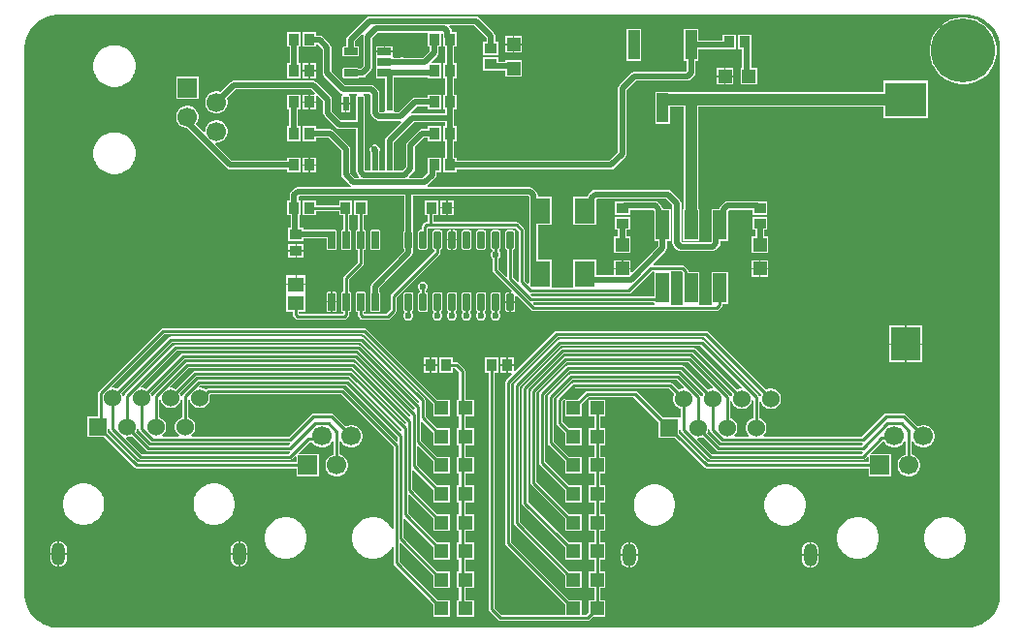
<source format=gtl>
G04*
G04 #@! TF.GenerationSoftware,Altium Limited,Altium Designer,22.6.1 (34)*
G04*
G04 Layer_Physical_Order=1*
G04 Layer_Color=255*
%FSLAX25Y25*%
%MOIN*%
G70*
G04*
G04 #@! TF.SameCoordinates,5978FB97-4CE2-4F40-84F9-A025567A3837*
G04*
G04*
G04 #@! TF.FilePolarity,Positive*
G04*
G01*
G75*
%ADD10C,0.01000*%
%ADD14C,0.01968*%
%ADD17R,0.06754X0.08583*%
%ADD21R,0.04724X0.09843*%
G04:AMPARAMS|DCode=22|XSize=61.02mil|YSize=23.62mil|CornerRadius=2.01mil|HoleSize=0mil|Usage=FLASHONLY|Rotation=90.000|XOffset=0mil|YOffset=0mil|HoleType=Round|Shape=RoundedRectangle|*
%AMROUNDEDRECTD22*
21,1,0.06102,0.01961,0,0,90.0*
21,1,0.05701,0.02362,0,0,90.0*
1,1,0.00402,0.00980,0.02850*
1,1,0.00402,0.00980,-0.02850*
1,1,0.00402,-0.00980,-0.02850*
1,1,0.00402,-0.00980,0.02850*
%
%ADD22ROUNDEDRECTD22*%
%ADD29R,0.03937X0.09843*%
%ADD38R,0.03543X0.04134*%
%ADD39R,0.04134X0.03543*%
G04:AMPARAMS|DCode=40|XSize=25.59mil|YSize=47.24mil|CornerRadius=1.92mil|HoleSize=0mil|Usage=FLASHONLY|Rotation=270.000|XOffset=0mil|YOffset=0mil|HoleType=Round|Shape=RoundedRectangle|*
%AMROUNDEDRECTD40*
21,1,0.02559,0.04341,0,0,270.0*
21,1,0.02175,0.04724,0,0,270.0*
1,1,0.00384,-0.02170,-0.01088*
1,1,0.00384,-0.02170,0.01088*
1,1,0.00384,0.02170,0.01088*
1,1,0.00384,0.02170,-0.01088*
%
%ADD40ROUNDEDRECTD40*%
%ADD41R,0.04724X0.04724*%
G04:AMPARAMS|DCode=42|XSize=23.62mil|YSize=57.09mil|CornerRadius=2.01mil|HoleSize=0mil|Usage=FLASHONLY|Rotation=180.000|XOffset=0mil|YOffset=0mil|HoleType=Round|Shape=RoundedRectangle|*
%AMROUNDEDRECTD42*
21,1,0.02362,0.05307,0,0,180.0*
21,1,0.01961,0.05709,0,0,180.0*
1,1,0.00402,-0.00980,0.02653*
1,1,0.00402,0.00980,0.02653*
1,1,0.00402,0.00980,-0.02653*
1,1,0.00402,-0.00980,-0.02653*
%
%ADD42ROUNDEDRECTD42*%
%ADD43R,0.10236X0.11811*%
%ADD44R,0.05709X0.05118*%
%ADD45R,0.04331X0.03740*%
%ADD46R,0.14173X0.11811*%
%ADD47R,0.04724X0.04724*%
G04:AMPARAMS|DCode=48|XSize=21.65mil|YSize=49.21mil|CornerRadius=1.95mil|HoleSize=0mil|Usage=FLASHONLY|Rotation=0.000|XOffset=0mil|YOffset=0mil|HoleType=Round|Shape=RoundedRectangle|*
%AMROUNDEDRECTD48*
21,1,0.02165,0.04532,0,0,0.0*
21,1,0.01776,0.04921,0,0,0.0*
1,1,0.00390,0.00888,-0.02266*
1,1,0.00390,-0.00888,-0.02266*
1,1,0.00390,-0.00888,0.02266*
1,1,0.00390,0.00888,0.02266*
%
%ADD48ROUNDEDRECTD48*%
%ADD49C,0.03937*%
%ADD50C,0.06693*%
%ADD51R,0.06693X0.06693*%
%ADD52R,0.06693X0.06693*%
%ADD53O,0.04724X0.07874*%
%ADD54R,0.06000X0.06000*%
%ADD55C,0.06000*%
%ADD56C,0.01968*%
%ADD57C,0.02362*%
%ADD58C,0.22047*%
G36*
X408791Y298516D02*
X410274Y298119D01*
X411693Y297531D01*
X413024Y296763D01*
X414242Y295828D01*
X415328Y294742D01*
X416263Y293524D01*
X417031Y292193D01*
X417619Y290774D01*
X418016Y289291D01*
X418217Y287768D01*
Y287000D01*
Y99520D01*
Y98752D01*
X418016Y97229D01*
X417619Y95745D01*
X417031Y94326D01*
X416263Y92996D01*
X415328Y91778D01*
X414242Y90692D01*
X413024Y89757D01*
X411693Y88989D01*
X410274Y88401D01*
X408791Y88003D01*
X407268Y87803D01*
X93764D01*
X92241Y88003D01*
X90757Y88401D01*
X89338Y88989D01*
X88008Y89757D01*
X86790Y90692D01*
X85703Y91778D01*
X84768Y92996D01*
X84000Y94326D01*
X83413Y95745D01*
X83015Y97229D01*
X82815Y98752D01*
Y99520D01*
Y287000D01*
Y287768D01*
X83015Y289291D01*
X83413Y290774D01*
X84000Y292193D01*
X84768Y293524D01*
X85703Y294742D01*
X86790Y295828D01*
X88008Y296763D01*
X89338Y297531D01*
X90757Y298119D01*
X92241Y298516D01*
X93764Y298717D01*
X407268D01*
X408791Y298516D01*
D02*
G37*
%LPC*%
G36*
X253847Y291445D02*
X251234D01*
Y288833D01*
X253847D01*
Y291445D01*
D02*
G37*
G36*
X250734D02*
X248122D01*
Y288833D01*
X250734D01*
Y291445D01*
D02*
G37*
G36*
X208765Y288014D02*
X206844D01*
Y286471D01*
X209470D01*
Y287308D01*
X209417Y287578D01*
X209264Y287807D01*
X209035Y287960D01*
X208765Y288014D01*
D02*
G37*
G36*
X206345D02*
X204424D01*
X204154Y287960D01*
X203925Y287807D01*
X203772Y287578D01*
X203719Y287308D01*
Y286471D01*
X206345D01*
Y288014D01*
D02*
G37*
G36*
X253847Y288333D02*
X251234D01*
Y285720D01*
X253847D01*
Y288333D01*
D02*
G37*
G36*
X250734D02*
X248122D01*
Y285720D01*
X250734D01*
Y288333D01*
D02*
G37*
G36*
X237991Y298168D02*
X237991Y298168D01*
X201379D01*
X200800Y298053D01*
X200309Y297725D01*
X200309Y297725D01*
X193910Y291326D01*
X193582Y290835D01*
X193467Y290256D01*
X193467Y290256D01*
Y288014D01*
X192810D01*
X192540Y287960D01*
X192311Y287807D01*
X192158Y287578D01*
X192105Y287308D01*
Y285133D01*
X192158Y284863D01*
X192311Y284634D01*
X192540Y284481D01*
X192810Y284427D01*
X197151D01*
X197421Y284481D01*
X197650Y284634D01*
X197802Y284863D01*
X197856Y285133D01*
Y287308D01*
X197802Y287578D01*
X197650Y287807D01*
X197421Y287960D01*
X197151Y288014D01*
X196494D01*
Y289629D01*
X198897Y292032D01*
X199337Y291831D01*
X199364Y291793D01*
X199274Y291339D01*
X199274Y291338D01*
Y281139D01*
X198389Y280254D01*
X197698D01*
X197650Y280327D01*
X197421Y280480D01*
X197151Y280533D01*
X192810D01*
X192540Y280480D01*
X192311Y280327D01*
X192158Y280098D01*
X192105Y279828D01*
Y277653D01*
X192158Y277383D01*
X192311Y277154D01*
X192540Y277001D01*
X192810Y276947D01*
X197151D01*
X197421Y277001D01*
X197650Y277154D01*
X197698Y277227D01*
X199016D01*
X199016Y277227D01*
X199595Y277342D01*
X200086Y277670D01*
X201857Y279442D01*
X201857Y279442D01*
X202186Y279933D01*
X202301Y280512D01*
Y290712D01*
X204262Y292673D01*
X221449D01*
Y287787D01*
X222207D01*
Y286355D01*
X219846Y283994D01*
X213287D01*
X212834Y284181D01*
X212166D01*
X211713Y283994D01*
X209732D01*
X209264Y284473D01*
Y284632D01*
X209270Y284644D01*
X209417Y284863D01*
X209470Y285133D01*
Y285970D01*
X206594D01*
X203719D01*
Y285133D01*
X203772Y284863D01*
X203919Y284644D01*
X203925Y284632D01*
Y284350D01*
Y284069D01*
X203919Y284057D01*
X203772Y283838D01*
X203719Y283568D01*
Y281393D01*
X203772Y281123D01*
X203925Y280894D01*
Y280327D01*
X203772Y280098D01*
X203719Y279828D01*
Y277653D01*
X203772Y277383D01*
X203925Y277154D01*
X204154Y277001D01*
X204424Y276947D01*
X206774D01*
Y270789D01*
X206745Y270746D01*
X206691Y270474D01*
Y265943D01*
X206721Y265793D01*
X206513Y265419D01*
X206397Y265293D01*
X205166D01*
X204899Y265560D01*
Y268209D01*
X204884Y268286D01*
Y270474D01*
X204830Y270746D01*
X204801Y270789D01*
Y271937D01*
X204685Y272517D01*
X204358Y273007D01*
X204358Y273007D01*
X203204Y274161D01*
X202713Y274489D01*
X202134Y274604D01*
X202134Y274604D01*
X193087D01*
X188368Y279323D01*
Y287554D01*
X188368Y287554D01*
X188253Y288133D01*
X187925Y288624D01*
X187925Y288624D01*
X185449Y291101D01*
X184958Y291429D01*
X184378Y291544D01*
X184378Y291544D01*
X183079D01*
Y292921D01*
X178535D01*
Y287787D01*
X183079D01*
Y288518D01*
X183751D01*
X185342Y286928D01*
Y278696D01*
X185342Y278696D01*
X185457Y278117D01*
X185785Y277626D01*
X191391Y272021D01*
X191391Y272021D01*
X191882Y271692D01*
X192140Y271641D01*
Y271131D01*
X192129Y271129D01*
X191899Y270975D01*
X191745Y270746D01*
X191691Y270474D01*
Y268459D01*
X194884D01*
Y270474D01*
X194830Y270746D01*
X194676Y270975D01*
X194524Y271077D01*
X194549Y271415D01*
X194607Y271577D01*
X196968D01*
X197026Y271415D01*
X197051Y271077D01*
X196899Y270975D01*
X196745Y270746D01*
X196691Y270474D01*
Y265943D01*
X196745Y265672D01*
X196774Y265628D01*
Y262537D01*
X191572D01*
X188521Y265587D01*
Y269685D01*
X188521Y269685D01*
X188406Y270264D01*
X188078Y270755D01*
X188078Y270755D01*
X183157Y275676D01*
X182666Y276004D01*
X182087Y276120D01*
X182087Y276120D01*
X154764D01*
X154764Y276120D01*
X154185Y276004D01*
X153694Y275676D01*
X153694Y275676D01*
X150232Y272215D01*
X149286Y272468D01*
X148273D01*
X147295Y272206D01*
X146418Y271700D01*
X145702Y270984D01*
X145195Y270107D01*
X144933Y269128D01*
Y268116D01*
X145195Y267137D01*
X145702Y266260D01*
X146418Y265544D01*
X147295Y265038D01*
X148273Y264776D01*
X149286D01*
X150264Y265038D01*
X151141Y265544D01*
X151857Y266260D01*
X152364Y267137D01*
X152626Y268116D01*
Y269128D01*
X152372Y270075D01*
X155391Y273093D01*
X181460D01*
X182785Y271768D01*
X182578Y271268D01*
X181057D01*
Y268951D01*
X183079D01*
Y270767D01*
X183579Y270974D01*
X185494Y269058D01*
Y264961D01*
X185494Y264961D01*
X185610Y264382D01*
X185938Y263891D01*
X189875Y259954D01*
X189875Y259953D01*
X190366Y259626D01*
X190945Y259510D01*
X196774D01*
Y250120D01*
X196745Y250076D01*
X196691Y249805D01*
Y245274D01*
X196745Y245003D01*
X196872Y244812D01*
Y244748D01*
X196872Y244748D01*
X196988Y244168D01*
X197316Y243677D01*
X197892Y243101D01*
X197701Y242639D01*
X196509D01*
X194801Y244347D01*
Y244959D01*
X194830Y245003D01*
X194884Y245274D01*
Y249805D01*
X194830Y250076D01*
X194801Y250120D01*
Y252579D01*
X194685Y253158D01*
X194358Y253649D01*
X194358Y253649D01*
X189062Y258944D01*
X188571Y259272D01*
X187992Y259387D01*
X187992Y259387D01*
X183079D01*
Y260441D01*
X178535D01*
Y255307D01*
X183079D01*
Y256361D01*
X187365D01*
X191774Y251952D01*
Y250120D01*
X191745Y250076D01*
X191691Y249805D01*
Y245274D01*
X191745Y245003D01*
X191774Y244959D01*
Y243721D01*
X191774Y243721D01*
X191889Y243141D01*
X192217Y242650D01*
X194812Y240056D01*
X194812Y240056D01*
X195035Y239907D01*
X194883Y239407D01*
X176645D01*
X176066Y239292D01*
X175575Y238964D01*
X175575Y238964D01*
X174422Y237811D01*
X174094Y237320D01*
X173979Y236741D01*
X173979Y236740D01*
Y234850D01*
X173221D01*
Y229716D01*
X174323D01*
Y225598D01*
X173516D01*
Y220858D01*
X178847D01*
Y221715D01*
X186671D01*
Y218409D01*
X186726Y218136D01*
X186881Y217904D01*
X187112Y217749D01*
X187386Y217695D01*
X189347D01*
X189620Y217749D01*
X189852Y217904D01*
X190007Y218136D01*
X190061Y218409D01*
Y224110D01*
X190007Y224384D01*
X189852Y224616D01*
X189620Y224770D01*
X189347Y224825D01*
X187386D01*
X187112Y224770D01*
X187069Y224742D01*
X178847D01*
Y225598D01*
X177350D01*
Y229716D01*
X177764D01*
Y234850D01*
X177006D01*
Y236114D01*
X177272Y236380D01*
X213270D01*
Y224476D01*
X213143Y224285D01*
X213089Y224012D01*
Y218705D01*
X213143Y218431D01*
X213270Y218241D01*
Y217379D01*
X202296Y206405D01*
X201968Y205914D01*
X201853Y205335D01*
X201853Y205335D01*
Y203314D01*
X201726Y203124D01*
X201671Y202850D01*
Y197150D01*
X201726Y196876D01*
X201881Y196644D01*
X202112Y196490D01*
X202386Y196435D01*
X204346D01*
X204620Y196490D01*
X204852Y196644D01*
X205007Y196876D01*
X205061Y197150D01*
Y202850D01*
X205007Y203124D01*
X204879Y203314D01*
Y204708D01*
X215854Y215682D01*
X215854Y215682D01*
X216182Y216173D01*
X216297Y216752D01*
Y218241D01*
X216424Y218431D01*
X216478Y218705D01*
Y224012D01*
X216424Y224285D01*
X216297Y224476D01*
Y236380D01*
X256024D01*
X256291Y236114D01*
Y233692D01*
X256291Y233692D01*
X256320Y233546D01*
Y226508D01*
X256361D01*
Y214437D01*
X256320D01*
Y206405D01*
X255858Y206214D01*
X254853Y207219D01*
Y224513D01*
X254775Y224903D01*
X254554Y225234D01*
X252690Y227099D01*
X252359Y227320D01*
X251969Y227397D01*
X223461D01*
Y229716D01*
X225008D01*
Y234850D01*
X220465D01*
Y229716D01*
X221421D01*
Y227397D01*
X220980D01*
X220590Y227320D01*
X220259Y227099D01*
X219674Y226513D01*
X219453Y226182D01*
X219375Y225792D01*
Y224726D01*
X218803D01*
X218530Y224672D01*
X218298Y224517D01*
X218143Y224285D01*
X218089Y224012D01*
Y218705D01*
X218143Y218431D01*
X218298Y218199D01*
X218530Y218045D01*
X218803Y217990D01*
X220764D01*
X221037Y218045D01*
X221269Y218199D01*
X221424Y218431D01*
X221478Y218705D01*
Y224012D01*
X221424Y224285D01*
X221414Y224300D01*
Y225358D01*
X251546D01*
X252814Y224091D01*
Y207013D01*
X252314Y206805D01*
X250803Y208316D01*
Y217998D01*
X251037Y218045D01*
X251269Y218199D01*
X251424Y218431D01*
X251478Y218705D01*
Y224012D01*
X251424Y224285D01*
X251269Y224517D01*
X251037Y224672D01*
X250764Y224726D01*
X248803D01*
X248530Y224672D01*
X248298Y224517D01*
X248143Y224285D01*
X248089Y224012D01*
Y218705D01*
X248143Y218431D01*
X248298Y218199D01*
X248530Y218045D01*
X248764Y217998D01*
Y208864D01*
X248302Y208673D01*
X245803Y211172D01*
Y214802D01*
X245834Y214815D01*
X246307Y215288D01*
X246563Y215906D01*
Y216575D01*
X246307Y217192D01*
X245977Y217523D01*
X246017Y217868D01*
X246061Y218061D01*
X246269Y218199D01*
X246424Y218431D01*
X246478Y218705D01*
Y224012D01*
X246424Y224285D01*
X246269Y224517D01*
X246037Y224672D01*
X245764Y224726D01*
X243803D01*
X243530Y224672D01*
X243298Y224517D01*
X243143Y224285D01*
X243089Y224012D01*
Y218705D01*
X243143Y218431D01*
X243298Y218199D01*
X243530Y218045D01*
X243714Y218008D01*
X243773Y217560D01*
X243769Y217504D01*
X243457Y217192D01*
X243201Y216575D01*
Y215906D01*
X243457Y215288D01*
X243764Y214981D01*
Y210749D01*
X243842Y210359D01*
X244062Y210029D01*
X250321Y203770D01*
X250114Y203270D01*
X250033D01*
Y200152D01*
X251478D01*
Y201906D01*
X251978Y202113D01*
X256977Y197114D01*
X257308Y196893D01*
X257698Y196815D01*
X320866D01*
X321256Y196893D01*
X321587Y197114D01*
X322571Y198098D01*
X322792Y198429D01*
X322870Y198819D01*
Y199303D01*
X324713D01*
Y210146D01*
X318988D01*
Y199303D01*
X318988D01*
X318865Y198854D01*
X314993D01*
X314870Y199303D01*
X314870Y199354D01*
Y210146D01*
X311165D01*
Y210524D01*
X311088Y210914D01*
X310867Y211245D01*
X309776Y212335D01*
X309445Y212556D01*
X309055Y212634D01*
X299219D01*
X299028Y213096D01*
X303235Y217303D01*
X303563Y217794D01*
X303679Y218373D01*
X303679Y218373D01*
Y220957D01*
X305028D01*
Y231799D01*
X302301D01*
Y231918D01*
X302186Y232497D01*
X301857Y232988D01*
X301857Y232988D01*
X300704Y234141D01*
X300213Y234469D01*
X299634Y234584D01*
X299634Y234584D01*
X289164D01*
X289164Y234584D01*
X289063Y234564D01*
X285819D01*
Y230021D01*
X290953D01*
Y231557D01*
X299007D01*
X299274Y231291D01*
Y227756D01*
X299274Y227756D01*
X299303Y227610D01*
Y220957D01*
X300652D01*
Y219000D01*
X291710Y210058D01*
X291248Y210249D01*
Y211167D01*
X288386D01*
X285524D01*
Y209084D01*
X279328D01*
Y214437D01*
X271574D01*
Y204854D01*
X271113Y204760D01*
X264534D01*
X264074Y204854D01*
Y214437D01*
X259387D01*
Y226508D01*
X264074D01*
Y236090D01*
X259317D01*
Y236741D01*
X259202Y237320D01*
X258874Y237811D01*
X258874Y237811D01*
X257721Y238964D01*
X257230Y239292D01*
X256651Y239407D01*
X256651Y239407D01*
X221456D01*
X221304Y239907D01*
X221527Y240056D01*
X224081Y242610D01*
X224081Y242610D01*
X224409Y243101D01*
X224524Y243680D01*
X224524Y243680D01*
Y244480D01*
X225992D01*
Y249614D01*
X221449D01*
Y244480D01*
X221252Y244062D01*
X219830Y242639D01*
X215236D01*
X215045Y243101D01*
X216621Y244677D01*
X216621Y244677D01*
X216949Y245168D01*
X217064Y245748D01*
X217064Y245748D01*
Y253310D01*
X220115Y256361D01*
X221449D01*
Y255307D01*
X225992D01*
Y260441D01*
X221449D01*
Y259387D01*
X219488D01*
X218909Y259272D01*
X218418Y258944D01*
X218418Y258944D01*
X214481Y255007D01*
X214153Y254516D01*
X214038Y253937D01*
X214038Y253937D01*
Y246374D01*
X212771Y245108D01*
X210020D01*
X209884Y245274D01*
Y249805D01*
X209830Y250076D01*
X209801Y250120D01*
Y254905D01*
X216670Y261774D01*
X227522D01*
Y260441D01*
X226764D01*
Y255307D01*
X227522D01*
Y249614D01*
X226764D01*
Y244480D01*
X231307D01*
Y245534D01*
X284449D01*
X284449Y245534D01*
X285028Y245649D01*
X285519Y245977D01*
X289456Y249914D01*
X289456Y249914D01*
X289784Y250405D01*
X289899Y250984D01*
X289899Y250984D01*
Y272995D01*
X292950Y276046D01*
X310855D01*
X310855Y276046D01*
X311434Y276161D01*
X311925Y276489D01*
X313078Y277642D01*
X313078Y277642D01*
X313406Y278133D01*
X313521Y278712D01*
Y282965D01*
X314476D01*
Y286873D01*
X322827D01*
Y286803D01*
X327370D01*
Y291937D01*
X322827D01*
Y289899D01*
X314476D01*
Y293807D01*
X309539D01*
Y282965D01*
X310494D01*
Y279339D01*
X310228Y279072D01*
X292323D01*
X291744Y278957D01*
X291253Y278629D01*
X291253Y278629D01*
X287316Y274692D01*
X286988Y274201D01*
X286873Y273622D01*
X286873Y273622D01*
Y251611D01*
X283822Y248561D01*
X231307D01*
Y249614D01*
X230549D01*
Y255307D01*
X231307D01*
Y260441D01*
X230549D01*
Y263287D01*
Y266134D01*
X231307D01*
Y271268D01*
X230549D01*
Y276961D01*
X231307D01*
Y282095D01*
X230549D01*
Y287787D01*
X231307D01*
Y292921D01*
X229761D01*
Y293033D01*
X229646Y293612D01*
X229318Y294103D01*
X229318Y294103D01*
X228742Y294679D01*
X228933Y295141D01*
X237364D01*
X241597Y290909D01*
Y289378D01*
X240543D01*
Y284835D01*
X245677D01*
Y289378D01*
X244624D01*
Y291535D01*
X244508Y292115D01*
X244180Y292605D01*
X244180Y292605D01*
X239061Y297725D01*
X238570Y298053D01*
X238474Y298072D01*
X237991Y298168D01*
D02*
G37*
G36*
X294791Y293807D02*
X289854D01*
Y282965D01*
X294791D01*
Y293807D01*
D02*
G37*
G36*
X183079Y282095D02*
X181057D01*
Y279778D01*
X183079D01*
Y282095D01*
D02*
G37*
G36*
X180557D02*
X178535D01*
Y279778D01*
X180557D01*
Y282095D01*
D02*
G37*
G36*
X326484Y280421D02*
X323872D01*
Y277809D01*
X326484D01*
Y280421D01*
D02*
G37*
G36*
X323372D02*
X320760D01*
Y277809D01*
X323372D01*
Y280421D01*
D02*
G37*
G36*
X245677Y284063D02*
X240543D01*
Y279520D01*
X245677D01*
Y279589D01*
X248122D01*
Y277453D01*
X253847D01*
Y283177D01*
X248122D01*
Y282616D01*
X245677D01*
Y284063D01*
D02*
G37*
G36*
X183079Y279278D02*
X181057D01*
Y276961D01*
X183079D01*
Y279278D01*
D02*
G37*
G36*
X180557D02*
X178535D01*
Y276961D01*
X180557D01*
Y279278D01*
D02*
G37*
G36*
X177764Y292921D02*
X173221D01*
Y287787D01*
X173979D01*
Y282095D01*
X173221D01*
Y276961D01*
X177764D01*
Y282095D01*
X177006D01*
Y287787D01*
X177764D01*
Y292921D01*
D02*
G37*
G36*
X406419Y297941D02*
X404605D01*
X402813Y297657D01*
X401088Y297097D01*
X399472Y296273D01*
X398005Y295207D01*
X396722Y293924D01*
X395656Y292457D01*
X394832Y290841D01*
X394272Y289116D01*
X393988Y287324D01*
Y285510D01*
X394272Y283719D01*
X394832Y281994D01*
X395656Y280378D01*
X396722Y278910D01*
X398005Y277628D01*
X399472Y276561D01*
X401088Y275738D01*
X402813Y275177D01*
X404605Y274894D01*
X406419D01*
X408210Y275177D01*
X409935Y275738D01*
X411552Y276561D01*
X413019Y277628D01*
X414301Y278910D01*
X415368Y280378D01*
X416191Y281994D01*
X416752Y283719D01*
X417035Y285510D01*
Y287324D01*
X416752Y289116D01*
X416191Y290841D01*
X415368Y292457D01*
X414301Y293924D01*
X413019Y295207D01*
X411552Y296273D01*
X409935Y297097D01*
X408210Y297657D01*
X406419Y297941D01*
D02*
G37*
G36*
X332685Y291937D02*
X328142D01*
Y286803D01*
X329589D01*
Y280421D01*
X329028D01*
Y274697D01*
X334752D01*
Y280421D01*
X332616D01*
Y286803D01*
X332685D01*
Y291937D01*
D02*
G37*
G36*
X326484Y277309D02*
X323872D01*
Y274697D01*
X326484D01*
Y277309D01*
D02*
G37*
G36*
X323372D02*
X320760D01*
Y274697D01*
X323372D01*
Y277309D01*
D02*
G37*
G36*
X114409Y288323D02*
X113779Y288323D01*
X113149D01*
X113072Y288307D01*
X112993D01*
X111757Y288061D01*
X111683Y288031D01*
X111606Y288016D01*
X110442Y287533D01*
X110376Y287490D01*
X110303Y287459D01*
X109255Y286759D01*
X109199Y286703D01*
X109133Y286659D01*
X108242Y285768D01*
X108198Y285702D01*
X108142Y285646D01*
X107442Y284598D01*
X107412Y284525D01*
X107368Y284460D01*
X106886Y283295D01*
X106870Y283218D01*
X106840Y283145D01*
X106594Y281909D01*
Y281830D01*
X106579Y281752D01*
X106579Y280492D01*
X106594Y280414D01*
Y280335D01*
X106840Y279099D01*
X106870Y279026D01*
X106886Y278949D01*
X107368Y277784D01*
X107412Y277719D01*
X107442Y277646D01*
X108143Y276598D01*
X108198Y276542D01*
X108242Y276476D01*
X109134Y275585D01*
X109199Y275541D01*
X109255Y275485D01*
X110303Y274785D01*
X110376Y274755D01*
X110442Y274711D01*
X111606Y274229D01*
X111684Y274213D01*
X111757Y274183D01*
X112993Y273937D01*
X113072D01*
X113149Y273922D01*
X113779Y273922D01*
X114410D01*
X114487Y273937D01*
X114566D01*
X115802Y274183D01*
X115875Y274213D01*
X115953Y274229D01*
X117117Y274711D01*
X117183Y274755D01*
X117256Y274785D01*
X118304Y275485D01*
X118360Y275541D01*
X118426Y275585D01*
X119317Y276476D01*
X119360Y276542D01*
X119416Y276598D01*
X120117Y277646D01*
X120147Y277719D01*
X120191Y277785D01*
X120673Y278949D01*
X120688Y279026D01*
X120719Y279099D01*
X120965Y280335D01*
Y280415D01*
X120980Y280492D01*
X120980Y281752D01*
X120965Y281830D01*
Y281909D01*
X120719Y283145D01*
X120688Y283218D01*
X120673Y283296D01*
X120191Y284460D01*
X120147Y284526D01*
X120116Y284599D01*
X119416Y285647D01*
X119360Y285702D01*
X119316Y285768D01*
X118425Y286659D01*
X118360Y286703D01*
X118304Y286759D01*
X117256Y287459D01*
X117183Y287490D01*
X117117Y287533D01*
X115953Y288016D01*
X115875Y288031D01*
X115802Y288061D01*
X114566Y288307D01*
X114487D01*
X114409Y288323D01*
D02*
G37*
G36*
X142626Y277468D02*
X134933D01*
Y269776D01*
X142626D01*
Y277468D01*
D02*
G37*
G36*
X180557Y271268D02*
X178535D01*
Y268951D01*
X180557D01*
Y271268D01*
D02*
G37*
G36*
X183079Y268451D02*
X181057D01*
Y266134D01*
X183079D01*
Y268451D01*
D02*
G37*
G36*
X180557D02*
X178535D01*
Y266134D01*
X180557D01*
Y268451D01*
D02*
G37*
G36*
X194884Y267959D02*
X193537D01*
Y265234D01*
X194175D01*
X194446Y265288D01*
X194676Y265442D01*
X194830Y265672D01*
X194884Y265943D01*
Y267959D01*
D02*
G37*
G36*
X193037D02*
X191691D01*
Y265943D01*
X191745Y265672D01*
X191899Y265442D01*
X192129Y265288D01*
X192400Y265234D01*
X193037D01*
Y267959D01*
D02*
G37*
G36*
X393413Y276091D02*
X378240D01*
Y272202D01*
X302165D01*
X301922Y272153D01*
X299697D01*
Y269928D01*
X299648Y269685D01*
Y266732D01*
X299697Y266489D01*
Y261311D01*
X304634D01*
Y266489D01*
X304682Y266732D01*
Y267168D01*
X309491D01*
Y231799D01*
X309146D01*
Y220957D01*
X314870D01*
Y231799D01*
X314525D01*
Y267168D01*
X378240D01*
Y263280D01*
X393413D01*
Y276091D01*
D02*
G37*
G36*
X177764Y271268D02*
X173221D01*
Y266134D01*
X173831D01*
Y260441D01*
X173221D01*
Y255307D01*
X177764D01*
Y260441D01*
X176858D01*
Y266134D01*
X177764D01*
Y271268D01*
D02*
G37*
G36*
X183079Y249614D02*
X181057D01*
Y247297D01*
X183079D01*
Y249614D01*
D02*
G37*
G36*
X180557D02*
X178535D01*
Y247297D01*
X180557D01*
Y249614D01*
D02*
G37*
G36*
X183079Y246797D02*
X181057D01*
Y244480D01*
X183079D01*
Y246797D01*
D02*
G37*
G36*
X180557D02*
X178535D01*
Y244480D01*
X180557D01*
Y246797D01*
D02*
G37*
G36*
X139286Y267469D02*
X138273D01*
X137295Y267206D01*
X136418Y266700D01*
X135702Y265984D01*
X135195Y265107D01*
X134933Y264128D01*
Y263116D01*
X135195Y262137D01*
X135702Y261260D01*
X136418Y260544D01*
X137295Y260038D01*
X138273Y259776D01*
X138654D01*
X152453Y245977D01*
X152453Y245977D01*
X152944Y245649D01*
X153523Y245534D01*
X173221D01*
Y244480D01*
X177764D01*
Y249614D01*
X173221D01*
Y248561D01*
X154149D01*
X148434Y254276D01*
X148642Y254776D01*
X149286D01*
X150264Y255038D01*
X151141Y255544D01*
X151857Y256260D01*
X152364Y257137D01*
X152626Y258116D01*
Y259128D01*
X152364Y260107D01*
X151857Y260984D01*
X151141Y261700D01*
X150264Y262206D01*
X149286Y262469D01*
X148273D01*
X147295Y262206D01*
X146418Y261700D01*
X145702Y260984D01*
X145195Y260107D01*
X144933Y259128D01*
Y258484D01*
X144433Y258277D01*
X141654Y261056D01*
X141858Y261260D01*
X142364Y262137D01*
X142626Y263116D01*
Y264128D01*
X142364Y265107D01*
X141858Y265984D01*
X141141Y266700D01*
X140264Y267206D01*
X139286Y267469D01*
D02*
G37*
G36*
X114409Y258323D02*
X113779Y258323D01*
X113149D01*
X113072Y258307D01*
X112993D01*
X111757Y258061D01*
X111683Y258031D01*
X111606Y258016D01*
X110442Y257533D01*
X110376Y257489D01*
X110303Y257459D01*
X109255Y256759D01*
X109199Y256703D01*
X109133Y256659D01*
X108242Y255768D01*
X108198Y255702D01*
X108142Y255646D01*
X107442Y254598D01*
X107412Y254525D01*
X107368Y254460D01*
X106886Y253295D01*
X106870Y253218D01*
X106840Y253145D01*
X106594Y251909D01*
Y251830D01*
X106579Y251752D01*
X106579Y250492D01*
X106594Y250414D01*
Y250335D01*
X106840Y249099D01*
X106870Y249026D01*
X106886Y248949D01*
X107368Y247784D01*
X107412Y247719D01*
X107442Y247646D01*
X108143Y246598D01*
X108198Y246542D01*
X108242Y246476D01*
X109134Y245585D01*
X109199Y245541D01*
X109255Y245485D01*
X110303Y244785D01*
X110376Y244755D01*
X110442Y244711D01*
X111606Y244229D01*
X111684Y244213D01*
X111757Y244183D01*
X112993Y243937D01*
X113072D01*
X113149Y243922D01*
X113779Y243922D01*
X114410D01*
X114487Y243937D01*
X114566D01*
X115802Y244183D01*
X115875Y244213D01*
X115953Y244229D01*
X117117Y244711D01*
X117183Y244755D01*
X117256Y244785D01*
X118304Y245485D01*
X118360Y245541D01*
X118426Y245585D01*
X119317Y246476D01*
X119360Y246542D01*
X119416Y246598D01*
X120117Y247646D01*
X120147Y247719D01*
X120191Y247785D01*
X120673Y248949D01*
X120688Y249026D01*
X120719Y249099D01*
X120965Y250336D01*
Y250415D01*
X120980Y250492D01*
X120980Y251752D01*
X120965Y251830D01*
Y251909D01*
X120719Y253145D01*
X120688Y253218D01*
X120673Y253296D01*
X120191Y254460D01*
X120147Y254526D01*
X120116Y254599D01*
X119416Y255647D01*
X119360Y255702D01*
X119316Y255768D01*
X118425Y256659D01*
X118360Y256703D01*
X118304Y256759D01*
X117256Y257459D01*
X117183Y257490D01*
X117117Y257534D01*
X115953Y258016D01*
X115875Y258031D01*
X115802Y258061D01*
X114566Y258307D01*
X114487D01*
X114409Y258323D01*
D02*
G37*
G36*
X195480Y234850D02*
X190937D01*
Y233303D01*
X183079D01*
Y234850D01*
X178535D01*
Y229716D01*
X183079D01*
Y231264D01*
X190937D01*
Y229716D01*
X192347D01*
Y224817D01*
X192112Y224770D01*
X191881Y224616D01*
X191726Y224384D01*
X191671Y224110D01*
Y218409D01*
X191726Y218136D01*
X191881Y217904D01*
X192112Y217749D01*
X192386Y217695D01*
X194346D01*
X194620Y217749D01*
X194852Y217904D01*
X195007Y218136D01*
X195061Y218409D01*
Y224110D01*
X195007Y224384D01*
X194852Y224616D01*
X194620Y224770D01*
X194386Y224817D01*
Y229716D01*
X195480D01*
Y234850D01*
D02*
G37*
G36*
X230323D02*
X228301D01*
Y232534D01*
X230323D01*
Y234850D01*
D02*
G37*
G36*
X227801D02*
X225780D01*
Y232534D01*
X227801D01*
Y234850D01*
D02*
G37*
G36*
X228051Y232283D02*
D01*
D01*
D01*
D02*
G37*
G36*
X303937Y238521D02*
X303937Y238521D01*
X278996D01*
X278417Y238406D01*
X277926Y238078D01*
X277926Y238078D01*
X276773Y236925D01*
X276445Y236434D01*
X276377Y236090D01*
X271574D01*
Y226508D01*
X279328D01*
Y233546D01*
X279357Y233692D01*
X279357Y233692D01*
Y235228D01*
X279623Y235494D01*
X303310D01*
X305573Y233231D01*
Y220079D01*
X305573Y220079D01*
X305689Y219500D01*
X306016Y219009D01*
X307198Y217828D01*
X307198Y217828D01*
X307689Y217499D01*
X308268Y217384D01*
X308268Y217384D01*
X319291D01*
X319291Y217384D01*
X319870Y217499D01*
X320361Y217828D01*
X321620Y219086D01*
X321620Y219086D01*
X321948Y219577D01*
X322063Y220156D01*
Y220957D01*
X324713D01*
Y227610D01*
X324742Y227756D01*
X324742Y227756D01*
Y231286D01*
X325008Y231553D01*
X333063D01*
Y230021D01*
X338197D01*
Y234564D01*
X334934D01*
X334856Y234579D01*
X334856Y234579D01*
X324381D01*
X323802Y234464D01*
X323311Y234136D01*
X323311Y234136D01*
X322158Y232983D01*
X321830Y232492D01*
X321715Y231913D01*
X321235Y231799D01*
X318988D01*
Y220957D01*
X318792Y220538D01*
X318665Y220411D01*
X308895D01*
X308600Y220706D01*
Y233858D01*
X308600Y233858D01*
X308485Y234437D01*
X308157Y234928D01*
X305007Y238078D01*
X304516Y238406D01*
X304420Y238425D01*
X303937Y238521D01*
D02*
G37*
G36*
X230323Y232033D02*
X228301D01*
Y229716D01*
X230323D01*
Y232033D01*
D02*
G37*
G36*
X227801D02*
X225780D01*
Y229716D01*
X227801D01*
Y232033D01*
D02*
G37*
G36*
X230764Y224726D02*
X230033D01*
Y221608D01*
X231478D01*
Y224012D01*
X231424Y224285D01*
X231269Y224517D01*
X231037Y224672D01*
X230764Y224726D01*
D02*
G37*
G36*
X229533D02*
X228803D01*
X228530Y224672D01*
X228298Y224517D01*
X228143Y224285D01*
X228089Y224012D01*
Y221608D01*
X229533D01*
Y224726D01*
D02*
G37*
G36*
X240764D02*
X238803D01*
X238530Y224672D01*
X238298Y224517D01*
X238143Y224285D01*
X238089Y224012D01*
Y218705D01*
X238143Y218431D01*
X238298Y218199D01*
X238530Y218045D01*
X238803Y217990D01*
X240764D01*
X241037Y218045D01*
X241269Y218199D01*
X241424Y218431D01*
X241478Y218705D01*
Y224012D01*
X241424Y224285D01*
X241269Y224517D01*
X241037Y224672D01*
X240764Y224726D01*
D02*
G37*
G36*
X235764D02*
X233803D01*
X233530Y224672D01*
X233298Y224517D01*
X233143Y224285D01*
X233089Y224012D01*
Y218705D01*
X233143Y218431D01*
X233298Y218199D01*
X233530Y218045D01*
X233803Y217990D01*
X235764D01*
X236037Y218045D01*
X236269Y218199D01*
X236424Y218431D01*
X236478Y218705D01*
Y224012D01*
X236424Y224285D01*
X236269Y224517D01*
X236037Y224672D01*
X235764Y224726D01*
D02*
G37*
G36*
X231478Y221108D02*
X230033D01*
Y217990D01*
X230764D01*
X231037Y218045D01*
X231269Y218199D01*
X231424Y218431D01*
X231478Y218705D01*
Y221108D01*
D02*
G37*
G36*
X229533D02*
X228089D01*
Y218705D01*
X228143Y218431D01*
X228298Y218199D01*
X228530Y218045D01*
X228803Y217990D01*
X229533D01*
Y221108D01*
D02*
G37*
G36*
X178847Y219890D02*
X176431D01*
Y217770D01*
X178847D01*
Y219890D01*
D02*
G37*
G36*
X175931D02*
X173516D01*
Y217770D01*
X175931D01*
Y219890D01*
D02*
G37*
G36*
X204346Y224825D02*
X202386D01*
X202112Y224770D01*
X201881Y224616D01*
X201726Y224384D01*
X201671Y224110D01*
Y218409D01*
X201726Y218136D01*
X201881Y217904D01*
X202112Y217749D01*
X202386Y217695D01*
X204346D01*
X204620Y217749D01*
X204852Y217904D01*
X205007Y218136D01*
X205061Y218409D01*
Y224110D01*
X205007Y224384D01*
X204852Y224616D01*
X204620Y224770D01*
X204346Y224825D01*
D02*
G37*
G36*
X338197Y229249D02*
X333063D01*
Y224706D01*
X334117D01*
Y222547D01*
X332768D01*
Y216823D01*
X338492D01*
Y222547D01*
X337143D01*
Y224706D01*
X338197D01*
Y229249D01*
D02*
G37*
G36*
X290953Y229249D02*
X285819D01*
Y224706D01*
X286873D01*
Y222547D01*
X285524D01*
Y216823D01*
X291248D01*
Y222547D01*
X289899D01*
Y224706D01*
X290953D01*
Y229249D01*
D02*
G37*
G36*
X178847Y217270D02*
X176431D01*
Y215150D01*
X178847D01*
Y217270D01*
D02*
G37*
G36*
X175931D02*
X173516D01*
Y215150D01*
X175931D01*
Y217270D01*
D02*
G37*
G36*
X338492Y214280D02*
X335880D01*
Y211667D01*
X338492D01*
Y214280D01*
D02*
G37*
G36*
X335380D02*
X332768D01*
Y211667D01*
X335380D01*
Y214280D01*
D02*
G37*
G36*
X291248Y214280D02*
X288636D01*
Y211667D01*
X291248D01*
Y214280D01*
D02*
G37*
G36*
X288136D02*
X285524D01*
Y211667D01*
X288136D01*
Y214280D01*
D02*
G37*
G36*
X338492Y211167D02*
X335880D01*
Y208555D01*
X338492D01*
Y211167D01*
D02*
G37*
G36*
X335380D02*
X332768D01*
Y208555D01*
X335380D01*
Y211167D01*
D02*
G37*
G36*
X179535Y209063D02*
X176431D01*
Y206254D01*
X179535D01*
Y209063D01*
D02*
G37*
G36*
X175931D02*
X172827D01*
Y206254D01*
X175931D01*
Y209063D01*
D02*
G37*
G36*
X189347Y203565D02*
X188616D01*
Y200250D01*
X190061D01*
Y202850D01*
X190007Y203124D01*
X189852Y203356D01*
X189620Y203510D01*
X189347Y203565D01*
D02*
G37*
G36*
X188116D02*
X187386D01*
X187112Y203510D01*
X186881Y203356D01*
X186726Y203124D01*
X186671Y202850D01*
Y200250D01*
X188116D01*
Y203565D01*
D02*
G37*
G36*
X249533Y203270D02*
X248803D01*
X248530Y203215D01*
X248298Y203060D01*
X248143Y202829D01*
X248089Y202555D01*
Y200152D01*
X249533D01*
Y203270D01*
D02*
G37*
G36*
X251478Y199652D02*
X250033D01*
Y196534D01*
X250764D01*
X251037Y196588D01*
X251269Y196743D01*
X251424Y196975D01*
X251478Y197248D01*
Y199652D01*
D02*
G37*
G36*
X249533D02*
X248089D01*
Y197248D01*
X248143Y196975D01*
X248298Y196743D01*
X248530Y196588D01*
X248803Y196534D01*
X249533D01*
Y199652D01*
D02*
G37*
G36*
X220118Y206760D02*
X219449D01*
X218831Y206504D01*
X218358Y206031D01*
X218102Y205413D01*
Y204744D01*
X218358Y204127D01*
X218749Y203736D01*
X218697Y203249D01*
X218530Y203215D01*
X218298Y203060D01*
X218143Y202829D01*
X218089Y202555D01*
Y197248D01*
X218143Y196975D01*
X218298Y196743D01*
X218530Y196588D01*
X218803Y196534D01*
X220764D01*
X221037Y196588D01*
X221269Y196743D01*
X221424Y196975D01*
X221478Y197248D01*
Y202555D01*
X221424Y202829D01*
X221269Y203060D01*
X221037Y203215D01*
X220870Y203249D01*
X220818Y203736D01*
X221209Y204127D01*
X221465Y204744D01*
Y205413D01*
X221209Y206031D01*
X220736Y206504D01*
X220118Y206760D01*
D02*
G37*
G36*
X190061Y199750D02*
X188616D01*
Y196435D01*
X189347D01*
X189620Y196490D01*
X189852Y196644D01*
X190007Y196876D01*
X190061Y197150D01*
Y199750D01*
D02*
G37*
G36*
X188116D02*
X186671D01*
Y197150D01*
X186726Y196876D01*
X186881Y196644D01*
X187112Y196490D01*
X187386Y196435D01*
X188116D01*
Y199750D01*
D02*
G37*
G36*
X225764Y224726D02*
X223803D01*
X223530Y224672D01*
X223298Y224517D01*
X223143Y224285D01*
X223089Y224012D01*
Y218705D01*
X223143Y218431D01*
X223298Y218199D01*
X223530Y218045D01*
X223764Y217998D01*
Y217332D01*
X208925Y202493D01*
X208704Y202162D01*
X208626Y201772D01*
Y197273D01*
X207255Y195902D01*
X199386D01*
Y196443D01*
X199620Y196490D01*
X199852Y196644D01*
X200007Y196876D01*
X200061Y197150D01*
Y202850D01*
X200007Y203124D01*
X199852Y203356D01*
X199620Y203510D01*
X199346Y203565D01*
X197386D01*
X197112Y203510D01*
X196881Y203356D01*
X196726Y203124D01*
X196671Y202850D01*
Y197150D01*
X196726Y196876D01*
X196881Y196644D01*
X197112Y196490D01*
X197347Y196443D01*
Y195468D01*
X197424Y195078D01*
X197645Y194747D01*
X198231Y194161D01*
X198562Y193940D01*
X198952Y193862D01*
X207677D01*
X208067Y193940D01*
X208398Y194161D01*
X210367Y196129D01*
X210588Y196460D01*
X210665Y196850D01*
Y201349D01*
X225504Y216189D01*
X225725Y216519D01*
X225803Y216909D01*
Y217998D01*
X226037Y218045D01*
X226269Y218199D01*
X226424Y218431D01*
X226478Y218705D01*
Y224012D01*
X226424Y224285D01*
X226269Y224517D01*
X226037Y224672D01*
X225764Y224726D01*
D02*
G37*
G36*
X200795Y234850D02*
X196252D01*
Y229716D01*
X197347D01*
Y224817D01*
X197112Y224770D01*
X196881Y224616D01*
X196726Y224384D01*
X196671Y224110D01*
Y218409D01*
X196726Y218136D01*
X196881Y217904D01*
X197112Y217749D01*
X197347Y217703D01*
Y213552D01*
X192645Y208851D01*
X192424Y208520D01*
X192347Y208130D01*
Y203557D01*
X192112Y203510D01*
X191881Y203356D01*
X191726Y203124D01*
X191671Y202850D01*
Y197150D01*
X191726Y196876D01*
X191881Y196644D01*
X192112Y196490D01*
X192347Y196443D01*
Y195902D01*
X177201D01*
Y196449D01*
X179535D01*
Y202445D01*
X179535Y202567D01*
Y202945D01*
X179535Y203067D01*
Y205754D01*
X176181D01*
X172827D01*
Y203067D01*
X172827Y202945D01*
Y202567D01*
X172827Y202445D01*
Y196449D01*
X175162D01*
Y195468D01*
X175239Y195078D01*
X175460Y194747D01*
X176046Y194161D01*
X176377Y193940D01*
X176767Y193862D01*
X192780D01*
X193170Y193940D01*
X193501Y194161D01*
X194087Y194747D01*
X194308Y195078D01*
X194386Y195468D01*
Y196443D01*
X194620Y196490D01*
X194852Y196644D01*
X195007Y196876D01*
X195061Y197150D01*
Y202850D01*
X195007Y203124D01*
X194852Y203356D01*
X194620Y203510D01*
X194386Y203557D01*
Y207708D01*
X199087Y212409D01*
X199308Y212740D01*
X199386Y213130D01*
Y217703D01*
X199620Y217749D01*
X199852Y217904D01*
X200007Y218136D01*
X200061Y218409D01*
Y224110D01*
X200007Y224384D01*
X199852Y224616D01*
X199620Y224770D01*
X199386Y224817D01*
Y229716D01*
X200795D01*
Y234850D01*
D02*
G37*
G36*
X245764Y203270D02*
X243803D01*
X243530Y203215D01*
X243298Y203060D01*
X243143Y202829D01*
X243089Y202555D01*
Y197248D01*
X243143Y196975D01*
X243298Y196743D01*
X243337Y196717D01*
X243446Y196189D01*
X243428Y196100D01*
X243358Y196031D01*
X243102Y195413D01*
Y194744D01*
X243358Y194126D01*
X243831Y193654D01*
X244449Y193398D01*
X245118D01*
X245736Y193654D01*
X246209Y194126D01*
X246465Y194744D01*
Y195413D01*
X246209Y196031D01*
X246139Y196100D01*
X246121Y196189D01*
X246230Y196717D01*
X246269Y196743D01*
X246424Y196975D01*
X246478Y197248D01*
Y202555D01*
X246424Y202829D01*
X246269Y203060D01*
X246037Y203215D01*
X245764Y203270D01*
D02*
G37*
G36*
X240764D02*
X238803D01*
X238530Y203215D01*
X238298Y203060D01*
X238143Y202829D01*
X238089Y202555D01*
Y197248D01*
X238143Y196975D01*
X238298Y196743D01*
X238337Y196717D01*
X238446Y196189D01*
X238428Y196100D01*
X238358Y196031D01*
X238102Y195413D01*
Y194744D01*
X238358Y194126D01*
X238831Y193654D01*
X239449Y193398D01*
X240118D01*
X240736Y193654D01*
X241209Y194126D01*
X241465Y194744D01*
Y195413D01*
X241209Y196031D01*
X241139Y196100D01*
X241121Y196189D01*
X241230Y196717D01*
X241269Y196743D01*
X241424Y196975D01*
X241478Y197248D01*
Y202555D01*
X241424Y202829D01*
X241269Y203060D01*
X241037Y203215D01*
X240764Y203270D01*
D02*
G37*
G36*
X235764D02*
X233803D01*
X233530Y203215D01*
X233298Y203060D01*
X233143Y202829D01*
X233089Y202555D01*
Y197248D01*
X233143Y196975D01*
X233298Y196743D01*
X233337Y196717D01*
X233446Y196189D01*
X233428Y196100D01*
X233358Y196031D01*
X233102Y195413D01*
Y194744D01*
X233358Y194126D01*
X233831Y193654D01*
X234449Y193398D01*
X235118D01*
X235736Y193654D01*
X236209Y194126D01*
X236465Y194744D01*
Y195413D01*
X236209Y196031D01*
X236139Y196100D01*
X236121Y196189D01*
X236230Y196717D01*
X236269Y196743D01*
X236424Y196975D01*
X236478Y197248D01*
Y202555D01*
X236424Y202829D01*
X236269Y203060D01*
X236037Y203215D01*
X235764Y203270D01*
D02*
G37*
G36*
X230764D02*
X228803D01*
X228530Y203215D01*
X228298Y203060D01*
X228143Y202829D01*
X228089Y202555D01*
Y197248D01*
X228143Y196975D01*
X228298Y196743D01*
X228337Y196717D01*
X228446Y196189D01*
X228428Y196100D01*
X228358Y196031D01*
X228102Y195413D01*
Y194744D01*
X228358Y194126D01*
X228831Y193654D01*
X229449Y193398D01*
X230118D01*
X230736Y193654D01*
X231209Y194126D01*
X231465Y194744D01*
Y195413D01*
X231209Y196031D01*
X231139Y196100D01*
X231121Y196189D01*
X231230Y196717D01*
X231269Y196743D01*
X231424Y196975D01*
X231478Y197248D01*
Y202555D01*
X231424Y202829D01*
X231269Y203060D01*
X231037Y203215D01*
X230764Y203270D01*
D02*
G37*
G36*
X225764D02*
X223803D01*
X223530Y203215D01*
X223298Y203060D01*
X223143Y202829D01*
X223089Y202555D01*
Y197248D01*
X223143Y196975D01*
X223298Y196743D01*
X223337Y196717D01*
X223446Y196189D01*
X223428Y196100D01*
X223358Y196031D01*
X223102Y195413D01*
Y194744D01*
X223358Y194126D01*
X223831Y193654D01*
X224449Y193398D01*
X225118D01*
X225736Y193654D01*
X226209Y194126D01*
X226465Y194744D01*
Y195413D01*
X226209Y196031D01*
X226139Y196100D01*
X226121Y196189D01*
X226230Y196717D01*
X226269Y196743D01*
X226424Y196975D01*
X226478Y197248D01*
Y202555D01*
X226424Y202829D01*
X226269Y203060D01*
X226037Y203215D01*
X225764Y203270D01*
D02*
G37*
G36*
X215764D02*
X213803D01*
X213530Y203215D01*
X213298Y203060D01*
X213143Y202829D01*
X213089Y202555D01*
Y197248D01*
X213143Y196975D01*
X213298Y196743D01*
X213337Y196717D01*
X213446Y196189D01*
X213428Y196100D01*
X213358Y196031D01*
X213102Y195413D01*
Y194744D01*
X213358Y194126D01*
X213831Y193654D01*
X214449Y193398D01*
X215118D01*
X215736Y193654D01*
X216209Y194126D01*
X216465Y194744D01*
Y195413D01*
X216209Y196031D01*
X216139Y196100D01*
X216121Y196189D01*
X216230Y196717D01*
X216269Y196743D01*
X216424Y196975D01*
X216478Y197248D01*
Y202555D01*
X216424Y202829D01*
X216269Y203060D01*
X216037Y203215D01*
X215764Y203270D01*
D02*
G37*
G36*
X391445Y191839D02*
X386077D01*
Y185683D01*
X391445D01*
Y191839D01*
D02*
G37*
G36*
X385577D02*
X380209D01*
Y185683D01*
X385577D01*
Y191839D01*
D02*
G37*
G36*
X391445Y185183D02*
X386077D01*
Y179028D01*
X391445D01*
Y185183D01*
D02*
G37*
G36*
X385577D02*
X380209D01*
Y179028D01*
X385577D01*
Y185183D01*
D02*
G37*
G36*
X250992Y180717D02*
X248971D01*
Y178400D01*
X250992D01*
Y180717D01*
D02*
G37*
G36*
X248470D02*
X246449D01*
Y178400D01*
X248470D01*
Y180717D01*
D02*
G37*
G36*
X224713D02*
X222691D01*
Y178400D01*
X224713D01*
Y180717D01*
D02*
G37*
G36*
X222191D02*
X220169D01*
Y178400D01*
X222191D01*
Y180717D01*
D02*
G37*
G36*
X248721Y178150D02*
D01*
D01*
D01*
D02*
G37*
G36*
X248470Y177900D02*
X246449D01*
Y175583D01*
X248470D01*
Y177900D01*
D02*
G37*
G36*
X224713Y177900D02*
X222691D01*
Y175583D01*
X224713D01*
Y177900D01*
D02*
G37*
G36*
X222191D02*
X220169D01*
Y175583D01*
X222191D01*
Y177900D01*
D02*
G37*
G36*
X316988Y189996D02*
X265748D01*
X265358Y189918D01*
X265027Y189697D01*
X251454Y176124D01*
X250992Y176316D01*
Y177900D01*
X248971D01*
Y175583D01*
X250259D01*
X250450Y175121D01*
X248295Y172965D01*
X248074Y172634D01*
X247996Y172244D01*
Y116929D01*
X248074Y116539D01*
X248295Y116208D01*
X268595Y95908D01*
Y92146D01*
X246895D01*
X244425Y94615D01*
Y175583D01*
X245677D01*
Y180717D01*
X241134D01*
Y175583D01*
X242386D01*
Y94193D01*
X242463Y93803D01*
X242685Y93472D01*
X245752Y90405D01*
X246082Y90184D01*
X246473Y90106D01*
X276362D01*
X276752Y90184D01*
X277083Y90405D01*
X278304Y91626D01*
X282587D01*
Y97350D01*
X280744D01*
Y101469D01*
X282587D01*
Y107193D01*
X280744D01*
Y111311D01*
X282587D01*
Y117035D01*
X280744D01*
Y121153D01*
X282587D01*
Y126878D01*
X280744D01*
Y130996D01*
X282587D01*
Y136721D01*
X280744D01*
Y140839D01*
X282587D01*
Y146563D01*
X280744D01*
Y150681D01*
X282587D01*
Y156405D01*
X280744D01*
Y160524D01*
X282587D01*
Y166248D01*
X276862D01*
Y160524D01*
X278705D01*
Y156405D01*
X276862D01*
Y150681D01*
X278705D01*
Y146563D01*
X276862D01*
Y140839D01*
X278705D01*
Y136721D01*
X276862D01*
Y130996D01*
X278705D01*
Y126878D01*
X276862D01*
Y121153D01*
X278705D01*
Y117035D01*
X276862D01*
Y111311D01*
X278705D01*
Y107193D01*
X276862D01*
Y101469D01*
X278705D01*
Y97350D01*
X276862D01*
Y93068D01*
X275940Y92146D01*
X274319D01*
Y97350D01*
X270036D01*
X250035Y117351D01*
Y171822D01*
X266170Y187957D01*
X316566D01*
X336260Y168262D01*
X336089Y167965D01*
X335870Y167148D01*
X335370Y167214D01*
Y167271D01*
X335292Y167661D01*
X335071Y167992D01*
X316319Y186745D01*
X315988Y186966D01*
X315598Y187043D01*
X266732D01*
X266342Y186966D01*
X266011Y186745D01*
X251248Y171981D01*
X251027Y171650D01*
X250949Y171260D01*
Y123819D01*
X251027Y123429D01*
X251248Y123098D01*
X268595Y105751D01*
Y101469D01*
X274319D01*
Y107193D01*
X270036D01*
X252988Y124241D01*
Y170837D01*
X267155Y185004D01*
X315176D01*
X329565Y170614D01*
X329358Y170114D01*
X328890D01*
X327999Y169876D01*
X327702Y169704D01*
X313615Y183792D01*
X313284Y184013D01*
X312894Y184090D01*
X267717D01*
X267326Y184013D01*
X266996Y183792D01*
X254200Y170997D01*
X253979Y170666D01*
X253902Y170276D01*
Y130688D01*
X253979Y130298D01*
X254200Y129967D01*
X265991Y118177D01*
X266053Y118135D01*
X268595Y115594D01*
Y111311D01*
X274319D01*
Y117035D01*
X270036D01*
X267453Y119619D01*
X267391Y119660D01*
X255941Y131111D01*
Y169853D01*
X268139Y182051D01*
X312472D01*
X326260Y168262D01*
X326089Y167965D01*
X325870Y167148D01*
X325370Y167214D01*
Y167271D01*
X325292Y167661D01*
X325071Y167992D01*
X312224Y180839D01*
X311894Y181060D01*
X311503Y181138D01*
X268701D01*
X268311Y181060D01*
X267980Y180839D01*
X257153Y170012D01*
X256932Y169682D01*
X256854Y169291D01*
Y137598D01*
X256932Y137208D01*
X257153Y136878D01*
X268595Y125436D01*
Y121153D01*
X274319D01*
Y126878D01*
X270036D01*
X258894Y138021D01*
Y168869D01*
X269123Y179098D01*
X311081D01*
X319565Y170614D01*
X319358Y170114D01*
X318890D01*
X317999Y169876D01*
X317702Y169704D01*
X309520Y177886D01*
X309190Y178107D01*
X308799Y178185D01*
X269685D01*
X269295Y178107D01*
X268964Y177886D01*
X260106Y169028D01*
X259885Y168697D01*
X259807Y168307D01*
Y144488D01*
X259885Y144098D01*
X260106Y143767D01*
X268595Y135278D01*
Y130996D01*
X274319D01*
Y136721D01*
X270036D01*
X261846Y144911D01*
Y167885D01*
X270107Y176146D01*
X308377D01*
X316260Y168262D01*
X316089Y167965D01*
X315870Y167148D01*
X315370Y167214D01*
Y167271D01*
X315292Y167661D01*
X315071Y167992D01*
X308130Y174934D01*
X307799Y175155D01*
X307409Y175232D01*
X270669D01*
X270279Y175155D01*
X269948Y174934D01*
X263059Y168044D01*
X262838Y167713D01*
X262760Y167323D01*
Y151378D01*
X262838Y150988D01*
X263059Y150657D01*
X268595Y145121D01*
Y140839D01*
X274319D01*
Y146563D01*
X270036D01*
X264799Y151800D01*
Y166901D01*
X271092Y173193D01*
X306987D01*
X309565Y170614D01*
X309358Y170114D01*
X308890D01*
X307999Y169876D01*
X307702Y169704D01*
X305426Y171981D01*
X305095Y172202D01*
X304705Y172279D01*
X271654D01*
X271263Y172202D01*
X270933Y171981D01*
X266011Y167060D01*
X265790Y166729D01*
X265713Y166339D01*
Y158268D01*
X265790Y157878D01*
X266011Y157547D01*
X268595Y154964D01*
Y150681D01*
X274319D01*
Y156405D01*
X270036D01*
X267752Y158690D01*
Y165916D01*
X268102Y166267D01*
X268595Y166052D01*
X268595Y165829D01*
Y160524D01*
X274319D01*
Y164806D01*
X276800Y167288D01*
X292235D01*
X300850Y158672D01*
Y153114D01*
X306409D01*
X316544Y142980D01*
X316874Y142759D01*
X317265Y142681D01*
X372965D01*
Y139854D01*
X380658D01*
Y147547D01*
X374052D01*
X373861Y148009D01*
X377834Y151982D01*
X378393Y151928D01*
X378733Y151339D01*
X379449Y150623D01*
X380326Y150117D01*
X381305Y149854D01*
X382317D01*
X383296Y150117D01*
X384173Y150623D01*
X384889Y151339D01*
X385291Y152036D01*
X385791Y151902D01*
Y147410D01*
X385326Y147285D01*
X384449Y146779D01*
X383733Y146063D01*
X383227Y145185D01*
X382965Y144207D01*
Y143194D01*
X383227Y142216D01*
X383733Y141339D01*
X384449Y140623D01*
X385326Y140117D01*
X386305Y139854D01*
X387317D01*
X388296Y140117D01*
X389173Y140623D01*
X389889Y141339D01*
X390395Y142216D01*
X390657Y143194D01*
Y144207D01*
X390395Y145185D01*
X389889Y146063D01*
X389173Y146779D01*
X388296Y147285D01*
X387831Y147410D01*
Y151902D01*
X388331Y152036D01*
X388733Y151339D01*
X389449Y150623D01*
X390326Y150117D01*
X391305Y149854D01*
X392317D01*
X393296Y150117D01*
X394173Y150623D01*
X394889Y151339D01*
X395395Y152216D01*
X395657Y153194D01*
Y154207D01*
X395395Y155185D01*
X394889Y156063D01*
X394173Y156779D01*
X393296Y157285D01*
X392317Y157547D01*
X391305D01*
X390326Y157285D01*
X389909Y157044D01*
X385800Y161154D01*
X385469Y161375D01*
X385079Y161453D01*
X378937D01*
X378547Y161375D01*
X378216Y161154D01*
X370696Y153634D01*
X337027D01*
X336820Y154134D01*
X337151Y154465D01*
X337612Y155263D01*
X337850Y156154D01*
Y157075D01*
X337612Y157965D01*
X337151Y158763D01*
X336499Y159415D01*
X335701Y159876D01*
X335370Y159965D01*
Y166015D01*
X335870Y166080D01*
X336089Y165263D01*
X336550Y164465D01*
X337201Y163814D01*
X337999Y163353D01*
X338890Y163114D01*
X339811D01*
X340701Y163353D01*
X341499Y163814D01*
X342151Y164465D01*
X342612Y165263D01*
X342850Y166154D01*
Y167075D01*
X342612Y167965D01*
X342151Y168763D01*
X341499Y169415D01*
X340701Y169876D01*
X339811Y170114D01*
X338890D01*
X337999Y169876D01*
X337702Y169704D01*
X317709Y189697D01*
X317378Y189918D01*
X316988Y189996D01*
D02*
G37*
G36*
X199606Y190980D02*
X130505D01*
X130115Y190903D01*
X129784Y190682D01*
X108370Y169267D01*
X108149Y168937D01*
X108071Y168546D01*
Y160390D01*
X104591D01*
Y153390D01*
X110149D01*
X120559Y142980D01*
X120890Y142759D01*
X121280Y142681D01*
X176272D01*
Y139854D01*
X183965D01*
Y147547D01*
X177201D01*
X177010Y148009D01*
X180692Y151691D01*
X181837D01*
X182040Y151339D01*
X182756Y150623D01*
X183633Y150117D01*
X184612Y149854D01*
X185625D01*
X186603Y150117D01*
X187480Y150623D01*
X188196Y151339D01*
X188599Y152036D01*
X189099Y151902D01*
Y147410D01*
X188633Y147285D01*
X187756Y146779D01*
X187040Y146063D01*
X186534Y145185D01*
X186272Y144207D01*
Y143194D01*
X186534Y142216D01*
X187040Y141339D01*
X187756Y140623D01*
X188633Y140117D01*
X189612Y139854D01*
X190624D01*
X191603Y140117D01*
X192480Y140623D01*
X193196Y141339D01*
X193702Y142216D01*
X193965Y143194D01*
Y144207D01*
X193702Y145185D01*
X193196Y146063D01*
X192480Y146779D01*
X191603Y147285D01*
X191138Y147410D01*
Y151902D01*
X191638Y152036D01*
X192040Y151339D01*
X192756Y150623D01*
X193633Y150117D01*
X194612Y149854D01*
X195624D01*
X196603Y150117D01*
X197480Y150623D01*
X198196Y151339D01*
X198702Y152216D01*
X198965Y153194D01*
Y154207D01*
X198702Y155185D01*
X198196Y156063D01*
X197480Y156779D01*
X196603Y157285D01*
X195624Y157547D01*
X194612D01*
X193633Y157285D01*
X193217Y157044D01*
X189107Y161154D01*
X188776Y161375D01*
X188386Y161453D01*
X182087D01*
X181696Y161375D01*
X181366Y161154D01*
X173790Y153579D01*
X140356D01*
X140222Y154079D01*
X140240Y154089D01*
X140892Y154741D01*
X141352Y155539D01*
X141591Y156429D01*
Y157350D01*
X141352Y158241D01*
X140892Y159039D01*
X140240Y159690D01*
X139442Y160151D01*
X139111Y160240D01*
Y166290D01*
X139611Y166356D01*
X139829Y165539D01*
X140290Y164741D01*
X140942Y164089D01*
X141740Y163628D01*
X142630Y163390D01*
X143552D01*
X144442Y163628D01*
X145240Y164089D01*
X145892Y164741D01*
X146352Y165539D01*
X146591Y166429D01*
Y167350D01*
X146463Y167828D01*
X146826Y168272D01*
X191507D01*
X209610Y150168D01*
Y121942D01*
X209110Y121843D01*
X209029Y122038D01*
X208985Y122104D01*
X208955Y122177D01*
X208255Y123225D01*
X208199Y123281D01*
X208155Y123347D01*
X207264Y124238D01*
X207198Y124282D01*
X207142Y124338D01*
X206094Y125038D01*
X206021Y125068D01*
X205956Y125112D01*
X204791Y125594D01*
X204714Y125610D01*
X204641Y125640D01*
X203405Y125886D01*
X203326D01*
X203248Y125901D01*
X201988Y125901D01*
X201910Y125886D01*
X201831D01*
X200595Y125640D01*
X200522Y125610D01*
X200445Y125594D01*
X199280Y125112D01*
X199214Y125068D01*
X199141Y125038D01*
X198094Y124338D01*
X198038Y124282D01*
X197972Y124238D01*
X197081Y123347D01*
X197037Y123281D01*
X196981Y123225D01*
X196281Y122177D01*
X196251Y122104D01*
X196207Y122038D01*
X195724Y120874D01*
X195709Y120796D01*
X195679Y120723D01*
X195433Y119487D01*
Y119408D01*
X195417Y119331D01*
X195417Y118701D01*
Y118070D01*
X195433Y117993D01*
Y117914D01*
X195679Y116678D01*
X195709Y116605D01*
X195724Y116527D01*
X196207Y115363D01*
X196251Y115297D01*
X196281Y115224D01*
X196981Y114176D01*
X197037Y114120D01*
X197081Y114055D01*
X197972Y113163D01*
X198038Y113120D01*
X198094Y113064D01*
X199142Y112364D01*
X199215Y112333D01*
X199280Y112289D01*
X200445Y111807D01*
X200522Y111792D01*
X200595Y111761D01*
X201831Y111516D01*
X201910D01*
X201988Y111500D01*
X203248Y111500D01*
X203326Y111516D01*
X203405D01*
X204641Y111761D01*
X204714Y111792D01*
X204791Y111807D01*
X205956Y112290D01*
X206021Y112333D01*
X206095Y112364D01*
X207142Y113064D01*
X207198Y113120D01*
X207264Y113164D01*
X208155Y114055D01*
X208199Y114121D01*
X208255Y114176D01*
X208955Y115224D01*
X208985Y115297D01*
X209029Y115363D01*
X209110Y115559D01*
X209610Y115459D01*
Y110039D01*
X209688Y109649D01*
X209909Y109318D01*
X223319Y95908D01*
Y91626D01*
X229043D01*
Y97350D01*
X224761D01*
X211649Y110462D01*
Y116767D01*
X212111Y116958D01*
X223319Y105751D01*
Y101469D01*
X229043D01*
Y107193D01*
X224761D01*
X213149Y118804D01*
Y125110D01*
X213612Y125301D01*
X223319Y115594D01*
Y111311D01*
X229043D01*
Y117035D01*
X224761D01*
X214650Y127147D01*
Y133452D01*
X215111Y133643D01*
X223319Y125436D01*
Y121153D01*
X229043D01*
Y126878D01*
X224761D01*
X216149Y135489D01*
Y141795D01*
X216612Y141986D01*
X223319Y135278D01*
Y130996D01*
X229043D01*
Y136721D01*
X224761D01*
X217650Y143832D01*
Y150137D01*
X218111Y150329D01*
X223319Y145121D01*
Y140839D01*
X229043D01*
Y146563D01*
X224761D01*
X219149Y152174D01*
Y158480D01*
X219612Y158671D01*
X223319Y154964D01*
Y150681D01*
X229043D01*
Y156405D01*
X224761D01*
X220650Y160517D01*
Y166197D01*
X220572Y166587D01*
X220351Y166918D01*
X199540Y187729D01*
X199209Y187950D01*
X198819Y188028D01*
X133209D01*
X132819Y187950D01*
X132488Y187729D01*
X114739Y169980D01*
X114442Y170151D01*
X113552Y170390D01*
X113083D01*
X112876Y170890D01*
X130927Y188941D01*
X199184D01*
X223319Y164806D01*
Y160524D01*
X229043D01*
Y166248D01*
X224761D01*
X200327Y190682D01*
X199996Y190903D01*
X199606Y190980D01*
D02*
G37*
G36*
X147414Y137386D02*
X147336Y137371D01*
X147257Y137371D01*
X146044Y137130D01*
X145971Y137100D01*
X145894Y137085D01*
X144751Y136613D01*
X144685Y136569D01*
X144612Y136539D01*
X143582Y135854D01*
X143526Y135798D01*
X143461Y135755D01*
X142584Y134882D01*
X142540Y134817D01*
X142484Y134761D01*
X141794Y133735D01*
X141763Y133662D01*
X141719Y133597D01*
X141242Y132456D01*
X141226Y132378D01*
X141196Y132306D01*
X140949Y131093D01*
X140949Y131015D01*
X140933Y130937D01*
X140930Y130319D01*
X140930Y130317D01*
X140930Y130315D01*
X140930Y130313D01*
X140930Y130311D01*
X140933Y129693D01*
X140949Y129615D01*
X140949Y129536D01*
X141196Y128324D01*
X141226Y128252D01*
X141242Y128174D01*
X141719Y127033D01*
X141763Y126968D01*
X141794Y126895D01*
X142484Y125869D01*
X142540Y125813D01*
X142584Y125748D01*
X143461Y124875D01*
X143526Y124832D01*
X143582Y124776D01*
X144612Y124091D01*
X144685Y124061D01*
X144750Y124017D01*
X145894Y123545D01*
X145971Y123530D01*
X146044Y123500D01*
X147257Y123259D01*
X147336Y123259D01*
X147413Y123243D01*
X148650Y123243D01*
X148728Y123259D01*
X148806Y123259D01*
X150020Y123499D01*
X150093Y123530D01*
X150170Y123545D01*
X151313Y124017D01*
X151379Y124060D01*
X151452Y124090D01*
X152482Y124776D01*
X152537Y124831D01*
X152603Y124875D01*
X153480Y125748D01*
X153524Y125813D01*
X153580Y125868D01*
X154270Y126895D01*
X154300Y126968D01*
X154344Y127033D01*
X154822Y128174D01*
X154838Y128251D01*
X154868Y128324D01*
X155115Y129536D01*
X155115Y129615D01*
X155131Y129692D01*
X155134Y130311D01*
X155133Y130313D01*
X155134Y130315D01*
X155133Y130317D01*
X155134Y130318D01*
X155131Y130937D01*
X155115Y131014D01*
X155115Y131093D01*
X154868Y132305D01*
X154838Y132378D01*
X154822Y132455D01*
X154345Y133596D01*
X154301Y133662D01*
X154270Y133734D01*
X153580Y134761D01*
X153524Y134816D01*
X153480Y134882D01*
X152603Y135754D01*
X152538Y135798D01*
X152482Y135854D01*
X151452Y136539D01*
X151379Y136569D01*
X151314Y136613D01*
X150170Y137085D01*
X150093Y137100D01*
X150020Y137130D01*
X148807Y137371D01*
X148728Y137371D01*
X148651Y137386D01*
X147414Y137386D01*
D02*
G37*
G36*
X102532D02*
X102454Y137371D01*
X102375Y137371D01*
X101162Y137130D01*
X101089Y137100D01*
X101012Y137085D01*
X99869Y136613D01*
X99803Y136569D01*
X99730Y136539D01*
X98700Y135854D01*
X98645Y135798D01*
X98579Y135755D01*
X97702Y134882D01*
X97658Y134817D01*
X97602Y134761D01*
X96912Y133735D01*
X96881Y133662D01*
X96837Y133597D01*
X96360Y132456D01*
X96344Y132378D01*
X96314Y132306D01*
X96067Y131093D01*
X96067Y131015D01*
X96051Y130937D01*
X96048Y130319D01*
X96048Y130317D01*
X96048Y130315D01*
X96048Y130313D01*
X96048Y130311D01*
X96051Y129693D01*
X96067Y129615D01*
X96067Y129536D01*
X96314Y128324D01*
X96344Y128252D01*
X96360Y128174D01*
X96837Y127033D01*
X96881Y126968D01*
X96912Y126895D01*
X97602Y125869D01*
X97658Y125813D01*
X97702Y125748D01*
X98579Y124875D01*
X98644Y124832D01*
X98700Y124776D01*
X99730Y124091D01*
X99803Y124061D01*
X99868Y124017D01*
X101012Y123545D01*
X101089Y123530D01*
X101162Y123500D01*
X102375Y123259D01*
X102454Y123259D01*
X102531Y123243D01*
X103768Y123243D01*
X103846Y123259D01*
X103924Y123259D01*
X105138Y123499D01*
X105211Y123530D01*
X105288Y123545D01*
X106431Y124017D01*
X106497Y124060D01*
X106570Y124090D01*
X107600Y124776D01*
X107655Y124831D01*
X107721Y124875D01*
X108598Y125748D01*
X108642Y125813D01*
X108698Y125868D01*
X109388Y126895D01*
X109418Y126968D01*
X109462Y127033D01*
X109940Y128174D01*
X109956Y128251D01*
X109986Y128324D01*
X110233Y129536D01*
X110233Y129615D01*
X110249Y129692D01*
X110252Y130311D01*
X110251Y130313D01*
X110252Y130315D01*
X110251Y130317D01*
X110252Y130318D01*
X110249Y130937D01*
X110233Y131014D01*
X110233Y131093D01*
X109986Y132305D01*
X109956Y132378D01*
X109940Y132455D01*
X109463Y133596D01*
X109419Y133662D01*
X109388Y133734D01*
X108698Y134761D01*
X108642Y134816D01*
X108598Y134882D01*
X107721Y135754D01*
X107656Y135798D01*
X107600Y135854D01*
X106570Y136539D01*
X106497Y136569D01*
X106432Y136613D01*
X105288Y137085D01*
X105211Y137100D01*
X105138Y137130D01*
X103925Y137371D01*
X103846Y137371D01*
X103769Y137386D01*
X102532Y137386D01*
D02*
G37*
G36*
X343673Y137111D02*
X343596Y137095D01*
X343517Y137095D01*
X342304Y136855D01*
X342231Y136825D01*
X342154Y136810D01*
X341010Y136337D01*
X340945Y136294D01*
X340872Y136264D01*
X339842Y135579D01*
X339786Y135523D01*
X339720Y135479D01*
X338843Y134607D01*
X338800Y134541D01*
X338744Y134486D01*
X338053Y133459D01*
X338023Y133387D01*
X337979Y133321D01*
X337501Y132180D01*
X337486Y132103D01*
X337455Y132030D01*
X337209Y130818D01*
X337208Y130739D01*
X337193Y130662D01*
X337190Y130043D01*
X337190Y130042D01*
X337190Y130040D01*
X337190Y130038D01*
X337190Y130036D01*
X337193Y129417D01*
X337208Y129340D01*
X337209Y129261D01*
X337455Y128049D01*
X337486Y127976D01*
X337501Y127899D01*
X337979Y126758D01*
X338023Y126693D01*
X338053Y126620D01*
X338743Y125593D01*
X338799Y125538D01*
X338843Y125472D01*
X339720Y124600D01*
X339786Y124556D01*
X339842Y124501D01*
X340871Y123815D01*
X340944Y123785D01*
X341010Y123741D01*
X342153Y123269D01*
X342231Y123254D01*
X342303Y123224D01*
X343517Y122984D01*
X343596Y122984D01*
X343673Y122968D01*
X344910Y122968D01*
X344987Y122984D01*
X345066Y122984D01*
X346279Y123224D01*
X346352Y123254D01*
X346429Y123269D01*
X347573Y123741D01*
X347638Y123785D01*
X347711Y123815D01*
X348741Y124500D01*
X348797Y124556D01*
X348863Y124600D01*
X349739Y125472D01*
X349783Y125538D01*
X349839Y125593D01*
X350530Y126620D01*
X350560Y126692D01*
X350604Y126758D01*
X351082Y127899D01*
X351097Y127976D01*
X351128Y128049D01*
X351374Y129261D01*
X351375Y129340D01*
X351390Y129417D01*
X351393Y130035D01*
X351393Y130037D01*
X351393Y130039D01*
X351393Y130041D01*
X351393Y130043D01*
X351390Y130662D01*
X351375Y130739D01*
X351374Y130818D01*
X351128Y132030D01*
X351097Y132103D01*
X351082Y132180D01*
X350604Y133321D01*
X350560Y133386D01*
X350530Y133459D01*
X349839Y134485D01*
X349783Y134541D01*
X349740Y134606D01*
X348863Y135479D01*
X348797Y135523D01*
X348741Y135578D01*
X347712Y136264D01*
X347639Y136294D01*
X347573Y136337D01*
X346430Y136809D01*
X346352Y136825D01*
X346280Y136855D01*
X345066Y137095D01*
X344987Y137095D01*
X344910Y137111D01*
X343673Y137111D01*
D02*
G37*
G36*
X298791D02*
X298714Y137095D01*
X298635Y137095D01*
X297422Y136855D01*
X297349Y136825D01*
X297271Y136810D01*
X296128Y136337D01*
X296062Y136294D01*
X295990Y136264D01*
X294960Y135579D01*
X294904Y135523D01*
X294838Y135479D01*
X293962Y134607D01*
X293918Y134541D01*
X293862Y134486D01*
X293171Y133459D01*
X293141Y133387D01*
X293097Y133321D01*
X292619Y132180D01*
X292604Y132103D01*
X292573Y132030D01*
X292327Y130818D01*
X292326Y130739D01*
X292311Y130662D01*
X292307Y130043D01*
X292308Y130042D01*
X292307Y130040D01*
X292308Y130038D01*
X292307Y130036D01*
X292311Y129417D01*
X292326Y129340D01*
X292327Y129261D01*
X292573Y128049D01*
X292603Y127976D01*
X292619Y127899D01*
X293097Y126758D01*
X293141Y126693D01*
X293171Y126620D01*
X293862Y125593D01*
X293917Y125538D01*
X293961Y125472D01*
X294838Y124600D01*
X294904Y124556D01*
X294960Y124501D01*
X295989Y123815D01*
X296062Y123785D01*
X296128Y123741D01*
X297271Y123269D01*
X297348Y123254D01*
X297421Y123224D01*
X298635Y122984D01*
X298713Y122984D01*
X298791Y122968D01*
X300028Y122968D01*
X300105Y122984D01*
X300184Y122984D01*
X301397Y123224D01*
X301470Y123254D01*
X301547Y123269D01*
X302691Y123741D01*
X302756Y123785D01*
X302829Y123815D01*
X303859Y124500D01*
X303915Y124556D01*
X303981Y124600D01*
X304857Y125472D01*
X304901Y125538D01*
X304957Y125593D01*
X305648Y126620D01*
X305678Y126692D01*
X305722Y126758D01*
X306200Y127899D01*
X306215Y127976D01*
X306246Y128049D01*
X306492Y129261D01*
X306493Y129340D01*
X306508Y129417D01*
X306511Y130035D01*
X306511Y130037D01*
X306511Y130039D01*
X306511Y130041D01*
X306511Y130043D01*
X306508Y130662D01*
X306493Y130739D01*
X306492Y130818D01*
X306246Y132030D01*
X306215Y132103D01*
X306200Y132180D01*
X305722Y133321D01*
X305678Y133386D01*
X305648Y133459D01*
X304958Y134485D01*
X304902Y134541D01*
X304858Y134606D01*
X303981Y135479D01*
X303915Y135523D01*
X303859Y135578D01*
X302830Y136264D01*
X302757Y136294D01*
X302691Y136337D01*
X301548Y136809D01*
X301470Y136825D01*
X301398Y136855D01*
X300184Y137095D01*
X300106Y137095D01*
X300028Y137111D01*
X298791Y137111D01*
D02*
G37*
G36*
X94739Y117617D02*
Y113439D01*
X97376D01*
Y114763D01*
X97277Y115511D01*
X96989Y116207D01*
X96530Y116805D01*
X95932Y117264D01*
X95236Y117552D01*
X94739Y117617D01*
D02*
G37*
G36*
X156943D02*
Y113439D01*
X159580D01*
Y114763D01*
X159481Y115511D01*
X159193Y116207D01*
X158734Y116805D01*
X158136Y117264D01*
X157440Y117552D01*
X156943Y117617D01*
D02*
G37*
G36*
X94239D02*
X93742Y117552D01*
X93045Y117264D01*
X92448Y116805D01*
X91989Y116207D01*
X91700Y115511D01*
X91602Y114763D01*
Y113439D01*
X94239D01*
Y117617D01*
D02*
G37*
G36*
X156443D02*
X155946Y117552D01*
X155249Y117264D01*
X154651Y116805D01*
X154193Y116207D01*
X153904Y115511D01*
X153806Y114763D01*
Y113439D01*
X156443D01*
Y117617D01*
D02*
G37*
G36*
X290998Y117342D02*
Y113163D01*
X293635D01*
Y114488D01*
X293537Y115235D01*
X293249Y115931D01*
X292790Y116529D01*
X292192Y116988D01*
X291496Y117277D01*
X290998Y117342D01*
D02*
G37*
G36*
X353202D02*
Y113163D01*
X355839D01*
Y114488D01*
X355741Y115235D01*
X355452Y115931D01*
X354994Y116529D01*
X354396Y116988D01*
X353700Y117277D01*
X353202Y117342D01*
D02*
G37*
G36*
X290498Y117342D02*
X290001Y117277D01*
X289305Y116988D01*
X288707Y116529D01*
X288248Y115931D01*
X287960Y115235D01*
X287861Y114488D01*
Y113163D01*
X290498D01*
Y117342D01*
D02*
G37*
G36*
X352702D02*
X352205Y117277D01*
X351509Y116988D01*
X350911Y116529D01*
X350452Y115931D01*
X350164Y115235D01*
X350065Y114488D01*
Y113163D01*
X352702D01*
Y117342D01*
D02*
G37*
G36*
X399941Y125901D02*
X398681Y125901D01*
X398603Y125886D01*
X398524D01*
X397288Y125640D01*
X397215Y125610D01*
X397137Y125594D01*
X395973Y125112D01*
X395907Y125068D01*
X395834Y125038D01*
X394787Y124338D01*
X394731Y124282D01*
X394665Y124238D01*
X393774Y123347D01*
X393730Y123281D01*
X393674Y123225D01*
X392974Y122177D01*
X392944Y122104D01*
X392900Y122038D01*
X392417Y120874D01*
X392402Y120796D01*
X392372Y120723D01*
X392126Y119487D01*
Y119408D01*
X392110Y119331D01*
X392110Y118701D01*
Y118070D01*
X392126Y117993D01*
Y117914D01*
X392372Y116678D01*
X392402Y116605D01*
X392417Y116527D01*
X392900Y115363D01*
X392944Y115297D01*
X392974Y115224D01*
X393674Y114176D01*
X393730Y114120D01*
X393774Y114055D01*
X394665Y113163D01*
X394731Y113120D01*
X394787Y113064D01*
X395834Y112364D01*
X395908Y112333D01*
X395973Y112289D01*
X397138Y111807D01*
X397215Y111792D01*
X397288Y111761D01*
X398524Y111516D01*
X398603D01*
X398681Y111500D01*
X399941Y111500D01*
X400019Y111516D01*
X400098D01*
X401334Y111761D01*
X401407Y111792D01*
X401484Y111807D01*
X402649Y112290D01*
X402714Y112333D01*
X402787Y112364D01*
X403835Y113064D01*
X403891Y113120D01*
X403957Y113164D01*
X404848Y114055D01*
X404892Y114121D01*
X404948Y114176D01*
X405648Y115224D01*
X405678Y115297D01*
X405722Y115363D01*
X406205Y116527D01*
X406220Y116605D01*
X406250Y116678D01*
X406496Y117914D01*
Y117993D01*
X406511Y118071D01*
X406511Y118701D01*
Y119331D01*
X406496Y119409D01*
Y119488D01*
X406250Y120724D01*
X406220Y120797D01*
X406204Y120874D01*
X405722Y122038D01*
X405678Y122104D01*
X405648Y122177D01*
X404948Y123225D01*
X404892Y123281D01*
X404848Y123347D01*
X403957Y124238D01*
X403891Y124282D01*
X403835Y124338D01*
X402787Y125038D01*
X402714Y125068D01*
X402648Y125112D01*
X401484Y125594D01*
X401407Y125610D01*
X401334Y125640D01*
X400098Y125886D01*
X400019D01*
X399941Y125901D01*
D02*
G37*
G36*
X369941D02*
X368681Y125901D01*
X368603Y125886D01*
X368524D01*
X367288Y125640D01*
X367215Y125610D01*
X367137Y125594D01*
X365973Y125112D01*
X365907Y125068D01*
X365834Y125038D01*
X364787Y124338D01*
X364731Y124282D01*
X364665Y124238D01*
X363774Y123347D01*
X363730Y123281D01*
X363674Y123225D01*
X362974Y122177D01*
X362944Y122104D01*
X362900Y122038D01*
X362417Y120874D01*
X362402Y120796D01*
X362372Y120723D01*
X362126Y119487D01*
Y119408D01*
X362110Y119331D01*
X362110Y118701D01*
Y118070D01*
X362126Y117993D01*
Y117914D01*
X362372Y116678D01*
X362402Y116605D01*
X362417Y116527D01*
X362900Y115363D01*
X362944Y115297D01*
X362974Y115224D01*
X363674Y114176D01*
X363730Y114120D01*
X363774Y114055D01*
X364665Y113163D01*
X364731Y113120D01*
X364787Y113064D01*
X365834Y112364D01*
X365908Y112333D01*
X365973Y112289D01*
X367138Y111807D01*
X367215Y111792D01*
X367288Y111761D01*
X368524Y111516D01*
X368603D01*
X368681Y111500D01*
X369941Y111500D01*
X370019Y111516D01*
X370098D01*
X371334Y111761D01*
X371407Y111792D01*
X371484Y111807D01*
X372649Y112290D01*
X372714Y112333D01*
X372787Y112364D01*
X373835Y113064D01*
X373891Y113120D01*
X373957Y113164D01*
X374848Y114055D01*
X374892Y114121D01*
X374948Y114176D01*
X375648Y115224D01*
X375678Y115297D01*
X375722Y115363D01*
X376204Y116527D01*
X376220Y116605D01*
X376250Y116678D01*
X376496Y117914D01*
Y117993D01*
X376512Y118071D01*
X376511Y118701D01*
Y119331D01*
X376496Y119409D01*
Y119488D01*
X376250Y120724D01*
X376220Y120797D01*
X376204Y120874D01*
X375722Y122038D01*
X375678Y122104D01*
X375648Y122177D01*
X374948Y123225D01*
X374892Y123281D01*
X374848Y123347D01*
X373957Y124238D01*
X373891Y124282D01*
X373835Y124338D01*
X372787Y125038D01*
X372714Y125068D01*
X372649Y125112D01*
X371484Y125594D01*
X371407Y125610D01*
X371334Y125640D01*
X370097Y125886D01*
X370019D01*
X369941Y125901D01*
D02*
G37*
G36*
X173248D02*
X171988Y125901D01*
X171910Y125886D01*
X171831D01*
X170595Y125640D01*
X170522Y125610D01*
X170445Y125594D01*
X169280Y125112D01*
X169214Y125068D01*
X169141Y125038D01*
X168094Y124338D01*
X168038Y124282D01*
X167972Y124238D01*
X167081Y123347D01*
X167037Y123281D01*
X166981Y123225D01*
X166281Y122177D01*
X166251Y122104D01*
X166207Y122038D01*
X165724Y120874D01*
X165709Y120796D01*
X165679Y120723D01*
X165433Y119487D01*
Y119408D01*
X165418Y119331D01*
X165418Y118701D01*
Y118070D01*
X165433Y117993D01*
Y117914D01*
X165679Y116678D01*
X165709Y116605D01*
X165725Y116527D01*
X166207Y115363D01*
X166251Y115297D01*
X166281Y115224D01*
X166981Y114176D01*
X167037Y114120D01*
X167081Y114055D01*
X167972Y113163D01*
X168038Y113120D01*
X168094Y113064D01*
X169142Y112364D01*
X169215Y112333D01*
X169280Y112289D01*
X170445Y111807D01*
X170522Y111792D01*
X170595Y111761D01*
X171831Y111516D01*
X171911D01*
X171988Y111500D01*
X173248Y111500D01*
X173326Y111516D01*
X173405D01*
X174641Y111761D01*
X174714Y111792D01*
X174792Y111807D01*
X175956Y112290D01*
X176022Y112333D01*
X176095Y112364D01*
X177142Y113064D01*
X177198Y113120D01*
X177264Y113164D01*
X178155Y114055D01*
X178199Y114121D01*
X178255Y114176D01*
X178955Y115224D01*
X178985Y115297D01*
X179029Y115363D01*
X179512Y116527D01*
X179527Y116605D01*
X179557Y116678D01*
X179803Y117914D01*
Y117993D01*
X179818Y118071D01*
X179818Y118701D01*
Y119331D01*
X179803Y119409D01*
Y119488D01*
X179557Y120724D01*
X179527Y120797D01*
X179511Y120874D01*
X179029Y122038D01*
X178985Y122104D01*
X178955Y122177D01*
X178255Y123225D01*
X178199Y123281D01*
X178155Y123347D01*
X177264Y124238D01*
X177198Y124282D01*
X177142Y124338D01*
X176094Y125038D01*
X176021Y125068D01*
X175956Y125112D01*
X174791Y125594D01*
X174714Y125610D01*
X174641Y125640D01*
X173405Y125886D01*
X173326D01*
X173248Y125901D01*
D02*
G37*
G36*
X159580Y112939D02*
X156943D01*
Y108760D01*
X157440Y108825D01*
X158136Y109114D01*
X158734Y109573D01*
X159193Y110170D01*
X159481Y110867D01*
X159580Y111614D01*
Y112939D01*
D02*
G37*
G36*
X97376D02*
X94739D01*
Y108760D01*
X95236Y108825D01*
X95932Y109114D01*
X96530Y109573D01*
X96989Y110170D01*
X97277Y110867D01*
X97376Y111614D01*
Y112939D01*
D02*
G37*
G36*
X156443D02*
X153806D01*
Y111614D01*
X153904Y110867D01*
X154193Y110170D01*
X154651Y109573D01*
X155249Y109114D01*
X155946Y108825D01*
X156443Y108760D01*
Y112939D01*
D02*
G37*
G36*
X94239D02*
X91602D01*
Y111614D01*
X91700Y110867D01*
X91989Y110170D01*
X92448Y109573D01*
X93045Y109114D01*
X93742Y108825D01*
X94239Y108760D01*
Y112939D01*
D02*
G37*
G36*
X293635Y112663D02*
X290998D01*
Y108484D01*
X291496Y108550D01*
X292192Y108838D01*
X292790Y109297D01*
X293249Y109895D01*
X293537Y110591D01*
X293635Y111338D01*
Y112663D01*
D02*
G37*
G36*
X355839D02*
X353202D01*
Y108484D01*
X353700Y108550D01*
X354396Y108838D01*
X354994Y109297D01*
X355452Y109895D01*
X355741Y110591D01*
X355839Y111338D01*
Y112663D01*
D02*
G37*
G36*
X352702D02*
X350065D01*
Y111338D01*
X350164Y110591D01*
X350452Y109895D01*
X350911Y109297D01*
X351509Y108838D01*
X352205Y108550D01*
X352702Y108484D01*
Y112663D01*
D02*
G37*
G36*
X290498D02*
X287861D01*
Y111338D01*
X287960Y110591D01*
X288248Y109895D01*
X288707Y109297D01*
X289305Y108838D01*
X290001Y108550D01*
X290498Y108484D01*
Y112663D01*
D02*
G37*
G36*
X230028Y180717D02*
X225484D01*
Y175583D01*
X230028D01*
Y177130D01*
X230877D01*
X232248Y175759D01*
Y166248D01*
X231587D01*
Y160524D01*
X232248D01*
Y156405D01*
X231587D01*
Y150681D01*
X232248D01*
Y146563D01*
X231587D01*
Y140839D01*
X232248D01*
Y136721D01*
X231587D01*
Y130996D01*
X232248D01*
Y126878D01*
X231587D01*
Y121153D01*
X232248D01*
Y117035D01*
X231587D01*
Y111311D01*
X232248D01*
Y107193D01*
X231587D01*
Y101469D01*
X232248D01*
Y97350D01*
X231587D01*
Y91626D01*
X237311D01*
Y97350D01*
X234287D01*
Y101469D01*
X237311D01*
Y107193D01*
X234287D01*
Y111311D01*
X237311D01*
Y117035D01*
X234287D01*
Y121153D01*
X237311D01*
Y126878D01*
X234287D01*
Y130996D01*
X237311D01*
Y136721D01*
X234287D01*
Y140839D01*
X237311D01*
Y146563D01*
X234287D01*
Y150681D01*
X237311D01*
Y156405D01*
X234287D01*
Y160524D01*
X237311D01*
Y166248D01*
X234287D01*
Y176181D01*
X234210Y176571D01*
X233989Y176902D01*
X232020Y178871D01*
X231689Y179092D01*
X231299Y179169D01*
X230028D01*
Y180717D01*
D02*
G37*
%LPD*%
G36*
X226735Y292253D02*
Y291142D01*
X226735Y291142D01*
X226764Y290996D01*
Y287787D01*
X227522D01*
Y282095D01*
X226764D01*
Y276961D01*
X227522D01*
Y271268D01*
X226764D01*
Y266134D01*
X227522D01*
Y264801D01*
X216043D01*
X216043Y264801D01*
X215970Y264786D01*
X215723Y265247D01*
X217664Y267188D01*
X221449D01*
Y266134D01*
X225992D01*
Y271268D01*
X221449D01*
Y270214D01*
X217037D01*
X216458Y270099D01*
X215967Y269771D01*
X215967Y269771D01*
X211489Y265293D01*
X210178D01*
X210062Y265419D01*
X209854Y265793D01*
X209884Y265943D01*
Y270474D01*
X209830Y270746D01*
X209801Y270789D01*
Y277227D01*
X221449D01*
Y276961D01*
X225992D01*
Y282095D01*
X222880D01*
X222689Y282556D01*
X224791Y284658D01*
X224791Y284658D01*
X225119Y285149D01*
X225234Y285728D01*
Y287787D01*
X225992D01*
Y292270D01*
X226492Y292484D01*
X226735Y292253D01*
D02*
G37*
G36*
X201774Y271311D02*
Y270789D01*
X201745Y270746D01*
X201691Y270474D01*
Y265943D01*
X201745Y265672D01*
X201872Y265481D01*
Y264933D01*
X201872Y264933D01*
X201988Y264353D01*
X202316Y263863D01*
X203469Y262709D01*
X203469Y262709D01*
X203960Y262381D01*
X204539Y262266D01*
X212116D01*
X212116Y262266D01*
X212190Y262281D01*
X212436Y261820D01*
X207217Y256602D01*
X206889Y256111D01*
X206774Y255532D01*
X206774Y255531D01*
Y250120D01*
X206745Y250076D01*
X206691Y249805D01*
Y245274D01*
X206555Y245108D01*
X205020D01*
X204884Y245274D01*
Y249805D01*
X204830Y250076D01*
X204781Y250149D01*
Y251670D01*
X204929Y252028D01*
Y252697D01*
X204673Y253314D01*
X204200Y253787D01*
X203582Y254043D01*
X202914D01*
X202296Y253787D01*
X201823Y253314D01*
X201567Y252697D01*
Y252028D01*
X201754Y251575D01*
Y250090D01*
X201745Y250076D01*
X201691Y249805D01*
Y245274D01*
X201555Y245108D01*
X200166D01*
X199899Y245374D01*
Y247441D01*
X199899Y247441D01*
X199884Y247519D01*
Y249805D01*
X199830Y250076D01*
X199801Y250120D01*
Y261024D01*
Y265628D01*
X199830Y265672D01*
X199884Y265943D01*
Y270474D01*
X199830Y270746D01*
X199676Y270975D01*
X199524Y271077D01*
X199549Y271415D01*
X199607Y271577D01*
X201507D01*
X201774Y271311D01*
D02*
G37*
G36*
X299303Y210146D02*
X299303Y210095D01*
Y201807D01*
X257312D01*
X256898Y202221D01*
X257106Y202721D01*
X290338D01*
X290728Y202798D01*
X291059Y203019D01*
X298635Y210595D01*
X299180D01*
X299303Y210146D01*
D02*
G37*
G36*
X309126Y210101D02*
Y206587D01*
X309146Y206488D01*
Y199354D01*
X309146Y199303D01*
X309022Y198854D01*
X305151D01*
X305028Y199303D01*
X305028D01*
Y210095D01*
X305028Y210146D01*
X305151Y210595D01*
X308633D01*
X309126Y210101D01*
D02*
G37*
G36*
X299294Y199299D02*
X299293Y199268D01*
X299180Y198854D01*
X258121D01*
X257669Y199306D01*
X257860Y199768D01*
X299086D01*
X299294Y199299D01*
D02*
G37*
G36*
X333331Y166015D02*
Y159965D01*
X332999Y159876D01*
X332201Y159415D01*
X331550Y158763D01*
X331089Y157965D01*
X330850Y157075D01*
Y156154D01*
X331089Y155263D01*
X331550Y154465D01*
X331881Y154134D01*
X331674Y153634D01*
X327027D01*
X326820Y154134D01*
X327151Y154465D01*
X327612Y155263D01*
X327850Y156154D01*
Y157075D01*
X327612Y157965D01*
X327151Y158763D01*
X326499Y159415D01*
X325701Y159876D01*
X325370Y159965D01*
Y166015D01*
X325870Y166080D01*
X326089Y165263D01*
X326550Y164465D01*
X327201Y163814D01*
X327999Y163353D01*
X328890Y163114D01*
X329811D01*
X330701Y163353D01*
X331499Y163814D01*
X332151Y164465D01*
X332612Y165263D01*
X332831Y166080D01*
X333331Y166015D01*
D02*
G37*
G36*
X306260Y168262D02*
X306089Y167965D01*
X305850Y167075D01*
Y166154D01*
X306089Y165263D01*
X306550Y164465D01*
X307201Y163814D01*
X307999Y163353D01*
X308331Y163264D01*
Y160162D01*
X307850Y160114D01*
Y160114D01*
X302292D01*
X293378Y169028D01*
X293048Y169249D01*
X292658Y169327D01*
X276378D01*
X275988Y169249D01*
X275657Y169028D01*
X272877Y166248D01*
X269047D01*
X268791Y166248D01*
X268576Y166740D01*
X272076Y170240D01*
X304282D01*
X306260Y168262D01*
D02*
G37*
G36*
X318331Y156015D02*
Y155957D01*
X318408Y155567D01*
X318629Y155236D01*
X321973Y151893D01*
X322303Y151672D01*
X322693Y151595D01*
X370902D01*
X371110Y151095D01*
X370641Y150626D01*
X321781D01*
X317440Y154966D01*
X317612Y155263D01*
X317831Y156080D01*
X318331Y156015D01*
D02*
G37*
G36*
X320637Y148885D02*
X320968Y148664D01*
X321358Y148587D01*
X370847D01*
X371054Y148087D01*
X370641Y147673D01*
X319077D01*
X314136Y152614D01*
X314343Y153114D01*
X314811D01*
X315701Y153353D01*
X315998Y153524D01*
X320637Y148885D01*
D02*
G37*
G36*
X308408Y155567D02*
X308629Y155236D01*
X317933Y145933D01*
X318264Y145712D01*
X318654Y145634D01*
X371063D01*
X371453Y145712D01*
X371784Y145933D01*
X372503Y146651D01*
X372965Y146460D01*
Y144720D01*
X317687D01*
X307850Y154557D01*
Y155810D01*
X308350Y155859D01*
X308408Y155567D01*
D02*
G37*
G36*
X218548Y165837D02*
X218511Y165514D01*
X218010Y165322D01*
X198556Y184776D01*
X198225Y184997D01*
X197835Y185075D01*
X134599D01*
X134209Y184997D01*
X133879Y184776D01*
X117370Y168267D01*
X117149Y167937D01*
X117071Y167546D01*
Y167489D01*
X116571Y167423D01*
X116352Y168241D01*
X116181Y168538D01*
X133632Y185988D01*
X198397D01*
X218548Y165837D01*
D02*
G37*
G36*
X217048Y163400D02*
X217011Y163077D01*
X216510Y162885D01*
X197571Y181823D01*
X197241Y182044D01*
X196850Y182122D01*
X137304D01*
X136913Y182044D01*
X136583Y181823D01*
X124739Y169980D01*
X124442Y170151D01*
X123552Y170390D01*
X123083D01*
X122876Y170890D01*
X135022Y183036D01*
X197412D01*
X217048Y163400D01*
D02*
G37*
G36*
X215548Y160963D02*
X215511Y160640D01*
X215010Y160448D01*
X196587Y178871D01*
X196256Y179092D01*
X195866Y179169D01*
X138694D01*
X138304Y179092D01*
X137973Y178871D01*
X127370Y168267D01*
X127149Y167937D01*
X127071Y167546D01*
Y167489D01*
X126571Y167423D01*
X126352Y168241D01*
X126181Y168538D01*
X137726Y180083D01*
X196428D01*
X215548Y160963D01*
D02*
G37*
G36*
X214048Y158526D02*
X214011Y158203D01*
X213510Y158011D01*
X195603Y175918D01*
X195272Y176139D01*
X194882Y176216D01*
X141398D01*
X141008Y176139D01*
X140677Y175918D01*
X134739Y169980D01*
X134442Y170151D01*
X133552Y170390D01*
X133083D01*
X132876Y170890D01*
X139116Y177130D01*
X195444D01*
X214048Y158526D01*
D02*
G37*
G36*
X212548Y156089D02*
X212511Y155766D01*
X212010Y155574D01*
X194619Y172965D01*
X194288Y173186D01*
X193898Y173264D01*
X142789D01*
X142398Y173186D01*
X142068Y172965D01*
X137370Y168267D01*
X137149Y167937D01*
X137071Y167546D01*
Y167489D01*
X136571Y167423D01*
X136352Y168241D01*
X136181Y168538D01*
X141820Y174177D01*
X194460D01*
X212548Y156089D01*
D02*
G37*
G36*
X129829Y165539D02*
X130290Y164741D01*
X130942Y164089D01*
X131740Y163628D01*
X132630Y163390D01*
X133552D01*
X134442Y163628D01*
X135240Y164089D01*
X135892Y164741D01*
X136352Y165539D01*
X136571Y166356D01*
X137071Y166290D01*
Y160240D01*
X136740Y160151D01*
X135942Y159690D01*
X135290Y159039D01*
X134829Y158241D01*
X134591Y157350D01*
Y156429D01*
X134829Y155539D01*
X135290Y154741D01*
X135942Y154089D01*
X135960Y154079D01*
X135826Y153579D01*
X130356D01*
X130222Y154079D01*
X130240Y154089D01*
X130892Y154741D01*
X131352Y155539D01*
X131591Y156429D01*
Y157350D01*
X131352Y158241D01*
X130892Y159039D01*
X130240Y159690D01*
X129442Y160151D01*
X129111Y160240D01*
Y166290D01*
X129611Y166356D01*
X129829Y165539D01*
D02*
G37*
G36*
X211110Y153589D02*
Y152205D01*
X210648Y152014D01*
X192650Y170012D01*
X192319Y170233D01*
X191929Y170311D01*
X146177D01*
X145786Y170233D01*
X145456Y170012D01*
X145173Y169729D01*
X144442Y170151D01*
X143552Y170390D01*
X143083D01*
X142876Y170890D01*
X143211Y171224D01*
X193475D01*
X211110Y153589D01*
D02*
G37*
G36*
X122071Y156290D02*
Y156233D01*
X122149Y155843D01*
X122370Y155512D01*
X126044Y151838D01*
X126374Y151617D01*
X126765Y151540D01*
X173997D01*
X174204Y151040D01*
X173790Y150626D01*
X125797D01*
X121181Y155242D01*
X121352Y155539D01*
X121571Y156356D01*
X122071Y156290D01*
D02*
G37*
G36*
X124653Y148885D02*
X124984Y148664D01*
X125374Y148587D01*
X173997D01*
X174204Y148087D01*
X173790Y147673D01*
X123092D01*
X117876Y152890D01*
X118083Y153390D01*
X118552D01*
X119442Y153628D01*
X119739Y153800D01*
X124653Y148885D01*
D02*
G37*
G36*
X112149Y155843D02*
X112370Y155512D01*
X121949Y145933D01*
X122280Y145712D01*
X122670Y145634D01*
X174213D01*
X174603Y145712D01*
X174934Y145933D01*
X175810Y146809D01*
X176272Y146617D01*
Y144720D01*
X121702D01*
X111591Y154832D01*
Y156085D01*
X112091Y156134D01*
X112149Y155843D01*
D02*
G37*
D10*
X176767Y194882D02*
X192780D01*
X176181Y195468D02*
X176767Y194882D01*
X176181Y195468D02*
Y199508D01*
X193366Y195468D02*
Y208130D01*
X192780Y194882D02*
X193366Y195468D01*
X198366D02*
X198952Y194882D01*
X207677D01*
X198366Y195468D02*
Y200000D01*
X207677Y194882D02*
X209646Y196850D01*
Y201772D01*
X309055Y211614D02*
X310146Y210524D01*
Y206587D02*
Y210524D01*
X298212Y211614D02*
X309055D01*
X310146Y206587D02*
X312008Y204724D01*
X290338Y203740D02*
X298212Y211614D01*
X109091Y168546D02*
X130505Y189961D01*
X199606D02*
X226181Y163386D01*
X130505Y189961D02*
X199606D01*
X133209Y187008D02*
X198819D01*
X219630Y166197D01*
X113091Y166890D02*
X133209Y187008D01*
X197835Y184055D02*
X218130Y163760D01*
X134599Y184055D02*
X197835D01*
X118091Y167546D02*
X134599Y184055D01*
X123091Y166890D02*
X137304Y181102D01*
X196850D01*
X216630Y161323D01*
X128091Y167546D02*
X138694Y178150D01*
X195866D02*
X215130Y158886D01*
X138694Y178150D02*
X195866D01*
X194882Y175197D02*
X213630Y156449D01*
X141398Y175197D02*
X194882D01*
X133091Y166889D02*
X141398Y175197D01*
X193898Y172244D02*
X212130Y154012D01*
X138091Y167546D02*
X142789Y172244D01*
X193898D01*
X256890Y203740D02*
X290338D01*
X253833Y206797D02*
X256890Y203740D01*
X244783Y221358D02*
X244833Y221309D01*
X244783Y216142D02*
X244882Y216240D01*
X244833Y216289D02*
Y221309D01*
X244783Y210749D02*
Y216142D01*
X244833Y216289D02*
X244882Y216240D01*
X244783Y199902D02*
X244783Y199902D01*
Y195079D02*
Y199902D01*
X239784Y195079D02*
Y199902D01*
X239783Y199902D02*
X239784Y199902D01*
X234784Y195079D02*
Y199902D01*
X234783Y199902D02*
X234784Y199902D01*
X229784Y195079D02*
Y199902D01*
X229783Y199902D02*
X229784Y199902D01*
X224783Y199902D02*
X224783Y199902D01*
Y195079D02*
Y199902D01*
X219783Y199902D02*
Y205079D01*
X219783Y199902D02*
X219783Y199902D01*
X214784Y195079D02*
Y199902D01*
X214783Y199902D02*
X214784Y199902D01*
X222441Y226378D02*
X251969D01*
X220980D02*
X222441D01*
Y231988D02*
X222736Y232283D01*
X222441Y226378D02*
Y231988D01*
X249783Y207894D02*
Y221358D01*
X256890Y200787D02*
X300303D01*
X249783Y207894D02*
X256890Y200787D01*
X253833Y206797D02*
Y224513D01*
X257698Y197835D02*
X320866D01*
X244783Y210749D02*
X257698Y197835D01*
X321850Y198819D02*
Y204724D01*
X320866Y197835D02*
X321850Y198819D01*
X300303Y200787D02*
X302165Y202650D01*
Y204724D01*
X251969Y226378D02*
X253833Y224513D01*
X220394Y225792D02*
X220980Y226378D01*
X220394Y221969D02*
Y225792D01*
X219783Y221358D02*
X220394Y221969D01*
X233268Y153543D02*
Y163386D01*
Y143701D02*
Y153543D01*
Y163386D02*
Y176181D01*
X227756Y178150D02*
X231299D01*
X233268Y176181D01*
Y104331D02*
Y143701D01*
Y95669D02*
Y104331D01*
X243406Y94193D02*
X246473Y91126D01*
X243406Y94193D02*
Y178150D01*
X233268Y95669D02*
X234449Y94488D01*
X125374Y149606D02*
X174213D01*
X118091Y156890D02*
X125374Y149606D01*
X174213D02*
X182653Y158047D01*
X122670Y146653D02*
X174213D01*
X180270Y152711D01*
X184128D01*
X182653Y158047D02*
X187425D01*
X113091Y156233D02*
X122670Y146653D01*
X108091Y156889D02*
X121280Y143701D01*
X180118D01*
X184128Y152711D02*
X185118Y153701D01*
X317265Y143701D02*
X376811D01*
X306851Y154114D02*
X317265Y143701D01*
X309350Y155957D02*
X318654Y146653D01*
X371063D01*
X377550Y153141D01*
X381251D02*
X381811Y153701D01*
X377550Y153141D02*
X381251D01*
X371063Y149606D02*
X379504Y158047D01*
X321358Y149606D02*
X371063D01*
X314350Y156614D02*
X321358Y149606D01*
X316988Y188976D02*
X339351Y166614D01*
X249016Y172244D02*
X265748Y188976D01*
X316988D01*
X266732Y186024D02*
X315598D01*
X251969Y171260D02*
X266732Y186024D01*
X315598D02*
X334350Y167271D01*
X254921Y170276D02*
X267717Y183071D01*
X312894D01*
X329350Y166615D01*
X268701Y180118D02*
X311503D01*
X257874Y169291D02*
X268701Y180118D01*
X311503D02*
X324350Y167271D01*
X260827Y168307D02*
X269685Y177165D01*
X308799D01*
X319351Y166614D01*
X307409Y174213D02*
X314350Y167271D01*
X270669Y174213D02*
X307409D01*
X263779Y167323D02*
X270669Y174213D01*
X266732Y166339D02*
X271654Y171260D01*
X304705D02*
X309350Y166615D01*
X271654Y171260D02*
X304705D01*
X292658Y168307D02*
X304350Y156615D01*
X309350Y166615D02*
X309350D01*
X276378Y168307D02*
X292658D01*
X271457Y163386D02*
X276378Y168307D01*
X249016Y116929D02*
Y172244D01*
X251969Y123819D02*
Y171260D01*
X254921Y130688D02*
Y170276D01*
X257874Y137598D02*
Y169291D01*
X260827Y144488D02*
Y168307D01*
X263779Y151378D02*
Y167323D01*
X266732Y158268D02*
Y166339D01*
X324350Y156615D02*
Y167271D01*
X334350Y156615D02*
Y167271D01*
X249016Y116929D02*
X271457Y94488D01*
X251969Y123819D02*
X271457Y104331D01*
X254921Y130688D02*
X266712Y118898D01*
X257874Y137598D02*
X271457Y124016D01*
X260827Y144488D02*
X271457Y133858D01*
X263779Y151378D02*
X271457Y143701D01*
X266732Y158268D02*
X271457Y153543D01*
X219630Y160094D02*
X226181Y153543D01*
X219630Y160094D02*
Y166197D01*
X218130Y151752D02*
Y163760D01*
Y151752D02*
X226181Y143701D01*
X216630Y143409D02*
Y161323D01*
X215130Y135067D02*
Y158886D01*
X191929Y169291D02*
X210630Y150591D01*
Y110039D02*
Y150591D01*
X146177Y169291D02*
X191929D01*
X212130Y118382D02*
Y154012D01*
X213630Y126724D02*
Y156449D01*
X224783Y216909D02*
Y221358D01*
X209646Y201772D02*
X224783Y216909D01*
X193366Y208130D02*
X198366Y213130D01*
Y221260D01*
X193209Y232283D02*
X193366Y232126D01*
X180807Y232283D02*
X193209D01*
X193366Y221260D02*
Y232126D01*
X198366D02*
X198524Y232283D01*
X198366Y221260D02*
Y232126D01*
X246473Y91126D02*
X276362D01*
X279724Y94488D01*
Y153543D02*
Y163386D01*
Y143701D02*
Y153543D01*
Y133858D02*
Y143701D01*
Y124016D02*
Y133858D01*
Y114173D02*
Y124016D01*
Y104331D02*
Y114173D01*
Y94488D02*
Y104331D01*
X304350Y156615D02*
X304351D01*
Y156614D02*
Y156615D01*
X339351Y166614D02*
Y166614D01*
X334350Y156615D02*
X334350Y156615D01*
X266732Y118898D02*
X271457Y114173D01*
X266712Y118898D02*
X266732D01*
X329350Y166614D02*
Y166615D01*
X324350Y156615D02*
X324351Y156615D01*
X319351Y166614D02*
Y166614D01*
X314350Y156615D02*
Y167271D01*
X314350Y156615D02*
X314350Y156615D01*
X309350Y166615D02*
X309350Y166614D01*
X378937Y160433D02*
X385079D01*
X391811Y153701D01*
X371118Y152614D02*
X378937Y160433D01*
X322693Y152614D02*
X371118D01*
X319350Y155957D02*
X322693Y152614D01*
X319350Y155957D02*
Y166614D01*
X319351Y166614D01*
X386811Y143701D02*
Y155512D01*
X384276Y158047D02*
X386811Y155512D01*
X379504Y158047D02*
X384276D01*
X309350Y155957D02*
Y166614D01*
X306850Y154114D02*
X306851D01*
X304351Y156614D02*
X306850Y154114D01*
X143775Y166889D02*
X146177Y169291D01*
X143091Y166889D02*
X143775D01*
X215130Y135067D02*
X226181Y124016D01*
X216630Y143409D02*
X226181Y133858D01*
X210630Y110039D02*
X224319Y96350D01*
X212130Y118382D02*
X226181Y104331D01*
X213630Y126724D02*
X226181Y114173D01*
X109091Y157890D02*
Y168546D01*
X108091Y156890D02*
X109091Y157890D01*
X113091Y166890D02*
X113091D01*
X118091Y156890D02*
Y167546D01*
X118091Y156890D02*
X118091Y156890D01*
X123091Y166889D02*
Y166890D01*
X128091Y156890D02*
Y167546D01*
Y156890D02*
X128091Y156890D01*
X133090Y166889D02*
X133091D01*
X138091Y156890D02*
Y167546D01*
X138091Y156890D02*
X138091Y156890D01*
X224319Y96350D02*
X226181Y94488D01*
X224319Y96350D02*
Y96350D01*
X188386Y160433D02*
X195118Y153701D01*
X174213Y152559D02*
X182087Y160433D01*
X188386D01*
X126765Y152559D02*
X174213D01*
X123091Y156233D02*
X126765Y152559D01*
X123091Y156233D02*
Y166889D01*
X123091Y166889D01*
X190118Y143701D02*
Y155354D01*
X187425Y158047D02*
X190118Y155354D01*
X113091Y156233D02*
Y166890D01*
X113091Y166890D02*
X113091Y166890D01*
X108091Y156889D02*
Y156890D01*
D14*
X175492Y236741D02*
X176645Y237894D01*
X214783D01*
X175492Y232283D02*
Y236741D01*
X257804Y233692D02*
Y236741D01*
X256651Y237894D02*
X257804Y236741D01*
X214783Y237894D02*
X256651D01*
X214783Y221358D02*
Y237894D01*
X257874Y210984D02*
X260197Y208661D01*
X195882Y241126D02*
X220457D01*
X193287Y243721D02*
X195882Y241126D01*
X220457D02*
X223010Y243680D01*
X198386Y244748D02*
Y247441D01*
X199539Y243595D02*
X213398D01*
X215551Y245748D01*
X198386Y244748D02*
X199539Y243595D01*
X202134Y273091D02*
X203287Y271937D01*
X192461Y273091D02*
X202134D01*
X186855Y278696D02*
X192461Y273091D01*
X203287Y268209D02*
Y271937D01*
X203386Y264933D02*
Y268209D01*
X212116Y263779D02*
X217037Y268701D01*
X204539Y263779D02*
X212116D01*
X203386Y264933D02*
X204539Y263779D01*
X214783Y216752D02*
Y221358D01*
X257804Y233692D02*
X260197Y231299D01*
X198287Y247539D02*
X198386Y247441D01*
X198287Y247539D02*
Y261024D01*
X206594Y278740D02*
X222933D01*
X330413Y289370D02*
X331102Y288681D01*
Y278346D02*
Y288681D01*
Y278346D02*
X331890Y277559D01*
X324311Y288386D02*
X325098Y289173D01*
X312008Y288386D02*
X324311D01*
X325098Y289173D02*
Y289370D01*
X307087Y220079D02*
X308268Y218898D01*
X307087Y220079D02*
Y233858D01*
X308268Y218898D02*
X319291D01*
X320550Y220156D02*
Y225077D01*
X323228Y227756D01*
X319291Y218898D02*
X320550Y220156D01*
X303937Y237008D02*
X307087Y233858D01*
X278996Y237008D02*
X303937D01*
X277843Y233692D02*
Y235855D01*
X278996Y237008D01*
X275451Y231299D02*
X277843Y233692D01*
X300787Y227756D02*
Y231918D01*
X288386Y232292D02*
X289164Y233071D01*
X302165Y218373D02*
Y226378D01*
X299634Y233071D02*
X300787Y231918D01*
X289164Y233071D02*
X299634D01*
X300787Y227756D02*
X302165Y226378D01*
X275451Y209646D02*
X277525Y207571D01*
X291363D01*
X302165Y218373D01*
X323228Y231913D02*
X324381Y233066D01*
X334856D02*
X335630Y232292D01*
X323228Y227756D02*
Y231913D01*
X324381Y233066D02*
X334856D01*
X201379Y296655D02*
X237991D01*
X243110Y287106D02*
Y291535D01*
X237991Y296655D02*
X243110Y291535D01*
X194980Y290256D02*
X201379Y296655D01*
X194980Y286221D02*
Y290256D01*
X203635Y294186D02*
X227095D01*
X200787Y291339D02*
X203635Y294186D01*
X200787Y280512D02*
Y291339D01*
X229035Y279528D02*
Y290354D01*
X227095Y294186D02*
X228248Y293033D01*
Y291142D02*
Y293033D01*
Y291142D02*
X229035Y290354D01*
X250197Y281102D02*
X250984Y280315D01*
X243799Y281102D02*
X250197D01*
X243110Y281791D02*
X243799Y281102D01*
X153523Y247047D02*
X175492D01*
X139683Y260886D02*
X153523Y247047D01*
X139683Y260886D02*
Y262718D01*
X138779Y263622D02*
X139683Y262718D01*
X182087Y274606D02*
X187008Y269685D01*
X154764Y274606D02*
X182087D01*
X148779Y268622D02*
X154764Y274606D01*
X187008Y264961D02*
Y269685D01*
X175345Y258022D02*
Y268553D01*
X175197Y268701D02*
X175345Y268553D01*
Y258022D02*
X175492Y257874D01*
X187992D02*
X193287Y252579D01*
Y243721D02*
Y247539D01*
X180807Y257874D02*
X187992D01*
X193287Y247539D02*
Y252579D01*
X187008Y264961D02*
X190945Y261024D01*
X198287D02*
Y268209D01*
X190945Y261024D02*
X198287D01*
X206594Y282480D02*
X220472D01*
X203268Y247559D02*
X203287Y247539D01*
X203268Y247559D02*
Y252343D01*
X203248Y252362D02*
X203268Y252343D01*
X208287Y247539D02*
Y255532D01*
X216043Y263287D01*
X207677Y278740D02*
X208287Y278130D01*
X206594Y278740D02*
X207677D01*
X208287Y268209D02*
Y278130D01*
X194980Y278740D02*
X199016D01*
X200787Y280512D01*
X186855Y278696D02*
Y287554D01*
X180807Y290354D02*
X181130Y290031D01*
X184378D02*
X186855Y287554D01*
X181130Y290031D02*
X184378D01*
X175492Y279528D02*
Y290354D01*
X220472Y282480D02*
X223721Y285728D01*
Y290354D01*
X222933Y278740D02*
X223721Y279528D01*
X206594Y278740D02*
X206594Y278740D01*
X217037Y268701D02*
X223721D01*
X229035Y263287D02*
Y268701D01*
Y257874D02*
Y263287D01*
X216043D02*
X229035D01*
X219488Y257874D02*
X223721D01*
X215551Y253937D02*
X219488Y257874D01*
X215551Y245748D02*
Y253937D01*
X223010Y246337D02*
X223721Y247047D01*
X223010Y243680D02*
Y246337D01*
X203366Y200000D02*
Y205335D01*
X214783Y216752D01*
X188366Y221260D02*
Y223031D01*
X176181Y223228D02*
X188169D01*
X188366Y223031D01*
X175492Y232283D02*
X175837Y231939D01*
Y223573D02*
Y231939D01*
Y223573D02*
X176181Y223228D01*
X257874Y228977D02*
X260197Y231299D01*
X257874Y210984D02*
Y228977D01*
X229035Y268701D02*
Y279528D01*
Y247047D02*
Y257874D01*
X288386Y250984D02*
Y273622D01*
X292323Y277559D01*
X310855D01*
X229035Y247047D02*
X284449D01*
X288386Y250984D01*
X310855Y277559D02*
X312008Y278712D01*
Y288386D01*
X288386Y219685D02*
Y226977D01*
X335630Y219685D02*
Y226977D01*
D17*
X275451Y231299D02*
D03*
X260197D02*
D03*
X275451Y209646D02*
D03*
X260197D02*
D03*
D21*
X321850Y204724D02*
D03*
Y226378D02*
D03*
X302165D02*
D03*
Y204724D02*
D03*
X312008D02*
D03*
Y226378D02*
D03*
D22*
X188366Y221260D02*
D03*
X193366D02*
D03*
X198366D02*
D03*
X203366D02*
D03*
Y200000D02*
D03*
X198366D02*
D03*
X193366D02*
D03*
X188366D02*
D03*
D29*
X302165Y266732D02*
D03*
X292323Y288386D02*
D03*
X312008D02*
D03*
D38*
X223721Y279528D02*
D03*
X229035D02*
D03*
X175492Y268701D02*
D03*
X180807D02*
D03*
X175492Y247047D02*
D03*
X180807D02*
D03*
X229035Y290354D02*
D03*
X223721D02*
D03*
X229035Y247047D02*
D03*
X223721D02*
D03*
X229035Y257874D02*
D03*
X223721D02*
D03*
X229035Y268701D02*
D03*
X223721D02*
D03*
X228051Y232283D02*
D03*
X222736D02*
D03*
X175492Y257874D02*
D03*
X180807D02*
D03*
Y279528D02*
D03*
X175492D02*
D03*
Y290354D02*
D03*
X180807D02*
D03*
X193209Y232283D02*
D03*
X198524D02*
D03*
X175492D02*
D03*
X180807D02*
D03*
X248721Y178150D02*
D03*
X243406D02*
D03*
X222441D02*
D03*
X227756D02*
D03*
X330413Y289370D02*
D03*
X325098D02*
D03*
D39*
X335630Y226977D02*
D03*
Y232292D02*
D03*
X288386Y232292D02*
D03*
Y226977D02*
D03*
X243110Y287106D02*
D03*
Y281791D02*
D03*
D40*
X206594Y278740D02*
D03*
Y282480D02*
D03*
Y286221D02*
D03*
X194980D02*
D03*
Y278740D02*
D03*
D41*
X250984Y288583D02*
D03*
Y280315D02*
D03*
X335630Y211417D02*
D03*
Y219685D02*
D03*
X288386Y219685D02*
D03*
Y211417D02*
D03*
D42*
X249783Y221358D02*
D03*
X244783D02*
D03*
X239783D02*
D03*
X234783D02*
D03*
X229783D02*
D03*
X224783D02*
D03*
X219783D02*
D03*
X214783D02*
D03*
X249783Y199902D02*
D03*
X244783D02*
D03*
X239783D02*
D03*
X234783D02*
D03*
X229783D02*
D03*
X224783D02*
D03*
X219783D02*
D03*
X214783D02*
D03*
D43*
X385827Y185433D02*
D03*
D44*
X176181Y199508D02*
D03*
Y206004D02*
D03*
D45*
Y217520D02*
D03*
Y223228D02*
D03*
D46*
X385827Y269685D02*
D03*
D47*
X226181Y163386D02*
D03*
X234449D02*
D03*
X271457Y94488D02*
D03*
X279724D02*
D03*
X271457Y104331D02*
D03*
X279724D02*
D03*
X271457Y114173D02*
D03*
X279724D02*
D03*
X271457Y124016D02*
D03*
X279724D02*
D03*
X226181Y153543D02*
D03*
X234449D02*
D03*
X271457D02*
D03*
X279724D02*
D03*
X271457Y143701D02*
D03*
X279724D02*
D03*
X271457Y163386D02*
D03*
X279724D02*
D03*
X226181Y94488D02*
D03*
X234449D02*
D03*
X226181Y104331D02*
D03*
X234449D02*
D03*
X226181Y124016D02*
D03*
X234449D02*
D03*
X226181Y114173D02*
D03*
X234449D02*
D03*
X271457Y133858D02*
D03*
X279724D02*
D03*
X226181Y143701D02*
D03*
X234449D02*
D03*
X226181Y133858D02*
D03*
X234449D02*
D03*
X331890Y277559D02*
D03*
X323622D02*
D03*
D48*
X193287Y247539D02*
D03*
X198287D02*
D03*
X203287D02*
D03*
X208287D02*
D03*
X193287Y268209D02*
D03*
X198287D02*
D03*
X203287D02*
D03*
X208287D02*
D03*
D49*
X312008Y269685D02*
X385827D01*
X302165D02*
X312008D01*
Y226378D02*
Y269685D01*
X302165Y266732D02*
Y269685D01*
D50*
X391811Y153701D02*
D03*
X386811Y143701D02*
D03*
X381811Y153701D02*
D03*
X148779Y268622D02*
D03*
X138779Y263622D02*
D03*
X148779Y258622D02*
D03*
X185118Y153701D02*
D03*
X190118Y143701D02*
D03*
X195118Y153701D02*
D03*
D51*
X376811Y143701D02*
D03*
X180118D02*
D03*
D52*
X138779Y273622D02*
D03*
D53*
X290748Y112913D02*
D03*
X352952D02*
D03*
X94489Y113189D02*
D03*
X156693D02*
D03*
D54*
X304350Y156614D02*
D03*
X108091Y156890D02*
D03*
D55*
X309350Y166614D02*
D03*
X314350Y156614D02*
D03*
X319350Y166614D02*
D03*
X324350Y156614D02*
D03*
X329350Y166614D02*
D03*
X334350Y156614D02*
D03*
X339350Y166614D02*
D03*
X113091Y166890D02*
D03*
X118091Y156890D02*
D03*
X123091Y166890D02*
D03*
X128091Y156890D02*
D03*
X133091Y166890D02*
D03*
X138091Y156890D02*
D03*
X143091Y166890D02*
D03*
D56*
X410000Y271969D02*
D03*
X415000Y261968D02*
D03*
X410000Y251969D02*
D03*
X415000Y241968D02*
D03*
X410000Y231968D02*
D03*
X415000Y221969D02*
D03*
X410000Y211968D02*
D03*
X415000Y201969D02*
D03*
X410000Y191969D02*
D03*
X415000Y181968D02*
D03*
X410000Y171968D02*
D03*
X415000Y161969D02*
D03*
X410000Y151969D02*
D03*
X415000Y141969D02*
D03*
X410000Y131968D02*
D03*
X415000Y121968D02*
D03*
X410000Y111969D02*
D03*
X415000Y101969D02*
D03*
X410000Y91969D02*
D03*
X400000Y271969D02*
D03*
X405000Y261968D02*
D03*
X400000Y251969D02*
D03*
X405000Y241968D02*
D03*
X400000Y231968D02*
D03*
X405000Y221969D02*
D03*
X400000Y211968D02*
D03*
X405000Y201969D02*
D03*
X400000Y191969D02*
D03*
X405000Y181968D02*
D03*
X400000Y171968D02*
D03*
X405000Y161969D02*
D03*
X400000Y151969D02*
D03*
X405000Y141969D02*
D03*
X400000Y131968D02*
D03*
X405000Y101969D02*
D03*
X400000Y91969D02*
D03*
X390000Y291968D02*
D03*
X395000Y261968D02*
D03*
X390000Y251969D02*
D03*
X395000Y241968D02*
D03*
X390000Y231968D02*
D03*
X395000Y221969D02*
D03*
X390000Y211968D02*
D03*
X395000Y201969D02*
D03*
Y181968D02*
D03*
X390000Y171968D02*
D03*
X395000Y161969D02*
D03*
Y141969D02*
D03*
X390000Y131968D02*
D03*
Y111969D02*
D03*
X395000Y101969D02*
D03*
X390000Y91969D02*
D03*
X380000Y291968D02*
D03*
X385000Y281968D02*
D03*
Y261968D02*
D03*
X380000Y251969D02*
D03*
X385000Y241968D02*
D03*
X380000Y231968D02*
D03*
X385000Y221969D02*
D03*
X380000Y211968D02*
D03*
X385000Y201969D02*
D03*
X380000Y171968D02*
D03*
Y131968D02*
D03*
X385000Y121968D02*
D03*
X380000Y111969D02*
D03*
X385000Y101969D02*
D03*
X380000Y91969D02*
D03*
X370000Y291968D02*
D03*
X375000Y281968D02*
D03*
Y261968D02*
D03*
X370000Y251969D02*
D03*
X375000Y241968D02*
D03*
X370000Y231968D02*
D03*
X375000Y221969D02*
D03*
X370000Y211968D02*
D03*
X375000Y201969D02*
D03*
X370000Y191969D02*
D03*
X375000Y181968D02*
D03*
X370000Y171968D02*
D03*
X375000Y161969D02*
D03*
X370000Y131968D02*
D03*
X375000Y101969D02*
D03*
X370000Y91969D02*
D03*
X360000Y291968D02*
D03*
X365000Y281968D02*
D03*
Y261968D02*
D03*
X360000Y251969D02*
D03*
X365000Y241968D02*
D03*
X360000Y231968D02*
D03*
X365000Y221969D02*
D03*
X360000Y211968D02*
D03*
X365000Y201969D02*
D03*
X360000Y191969D02*
D03*
X365000Y181968D02*
D03*
X360000Y171968D02*
D03*
X365000Y161969D02*
D03*
X360000Y131968D02*
D03*
Y111969D02*
D03*
X365000Y101969D02*
D03*
X360000Y91969D02*
D03*
X350000Y291968D02*
D03*
X355000Y281968D02*
D03*
Y261968D02*
D03*
X350000Y251969D02*
D03*
X355000Y241968D02*
D03*
X350000Y231968D02*
D03*
X355000Y221969D02*
D03*
X350000Y211968D02*
D03*
X355000Y201969D02*
D03*
X350000Y191969D02*
D03*
X355000Y181968D02*
D03*
X350000Y171968D02*
D03*
X355000Y161969D02*
D03*
Y121968D02*
D03*
Y101969D02*
D03*
X350000Y91969D02*
D03*
X340000Y291968D02*
D03*
X345000Y281968D02*
D03*
Y261968D02*
D03*
X340000Y251969D02*
D03*
X345000Y241968D02*
D03*
X340000Y231968D02*
D03*
X345000Y221969D02*
D03*
X340000Y211968D02*
D03*
X345000Y201969D02*
D03*
X340000Y191969D02*
D03*
X345000Y181968D02*
D03*
X340000Y171968D02*
D03*
X345000Y161969D02*
D03*
Y121968D02*
D03*
X340000Y111969D02*
D03*
X345000Y101969D02*
D03*
X340000Y91969D02*
D03*
X335000Y281968D02*
D03*
Y261968D02*
D03*
X330000Y251969D02*
D03*
X335000Y241968D02*
D03*
X330000Y211968D02*
D03*
X335000Y201969D02*
D03*
X330000Y191969D02*
D03*
X335000Y181968D02*
D03*
X330000Y131968D02*
D03*
X335000Y121968D02*
D03*
X330000Y111969D02*
D03*
X335000Y101969D02*
D03*
X330000Y91969D02*
D03*
X320000Y291968D02*
D03*
X325000Y281968D02*
D03*
Y261968D02*
D03*
X320000Y251969D02*
D03*
X325000Y241968D02*
D03*
X320000Y211968D02*
D03*
Y191969D02*
D03*
Y131968D02*
D03*
X325000Y121968D02*
D03*
X320000Y111969D02*
D03*
X325000Y101969D02*
D03*
X320000Y91969D02*
D03*
X315000Y281968D02*
D03*
X310000Y191969D02*
D03*
X315000Y141969D02*
D03*
X310000Y131968D02*
D03*
X315000Y121968D02*
D03*
X310000Y111969D02*
D03*
X315000Y101969D02*
D03*
X310000Y91969D02*
D03*
X300000Y291968D02*
D03*
X305000Y281968D02*
D03*
X300000Y251969D02*
D03*
X305000Y241968D02*
D03*
X300000Y191969D02*
D03*
X305000Y161969D02*
D03*
X300000Y151969D02*
D03*
X305000Y141969D02*
D03*
Y121968D02*
D03*
X300000Y111969D02*
D03*
X305000Y101969D02*
D03*
X300000Y91969D02*
D03*
X295000Y281968D02*
D03*
Y261968D02*
D03*
Y241968D02*
D03*
Y221969D02*
D03*
X290000Y191969D02*
D03*
X295000Y161969D02*
D03*
X290000Y151969D02*
D03*
X295000Y141969D02*
D03*
X290000Y131968D02*
D03*
X295000Y121968D02*
D03*
Y101969D02*
D03*
X290000Y91969D02*
D03*
X280000Y291968D02*
D03*
X285000Y281968D02*
D03*
X280000Y271969D02*
D03*
X285000Y261968D02*
D03*
X280000Y251969D02*
D03*
X285000Y241968D02*
D03*
X280000Y191969D02*
D03*
X285000Y161969D02*
D03*
Y141969D02*
D03*
Y121968D02*
D03*
Y101969D02*
D03*
X270000Y291968D02*
D03*
X275000Y281968D02*
D03*
X270000Y271969D02*
D03*
X275000Y261968D02*
D03*
X270000Y251969D02*
D03*
X275000Y241968D02*
D03*
X270000Y231968D02*
D03*
X275000Y221969D02*
D03*
X270000Y211968D02*
D03*
Y191969D02*
D03*
X260000Y291968D02*
D03*
X265000Y281968D02*
D03*
X260000Y271969D02*
D03*
X265000Y261968D02*
D03*
X260000Y251969D02*
D03*
X265000Y241968D02*
D03*
Y221969D02*
D03*
X260000Y191969D02*
D03*
Y131968D02*
D03*
Y111969D02*
D03*
X255000Y281968D02*
D03*
X250000Y271969D02*
D03*
X255000Y261968D02*
D03*
X250000Y251969D02*
D03*
X255000Y241968D02*
D03*
X250000Y231968D02*
D03*
Y191969D02*
D03*
X255000Y181968D02*
D03*
X250000Y111969D02*
D03*
X255000Y101969D02*
D03*
X240000Y271969D02*
D03*
X245000Y261968D02*
D03*
X240000Y251969D02*
D03*
X245000Y241968D02*
D03*
X240000Y231968D02*
D03*
Y211968D02*
D03*
Y191969D02*
D03*
X245000Y181968D02*
D03*
X240000Y171968D02*
D03*
Y151969D02*
D03*
Y131968D02*
D03*
Y111969D02*
D03*
Y91969D02*
D03*
X235000Y281968D02*
D03*
Y261968D02*
D03*
Y241968D02*
D03*
X230000Y211968D02*
D03*
Y171968D02*
D03*
X220000Y271969D02*
D03*
Y251969D02*
D03*
X225000Y241968D02*
D03*
Y181968D02*
D03*
X220000Y91969D02*
D03*
X210000Y231968D02*
D03*
Y191969D02*
D03*
X215000Y121968D02*
D03*
Y101969D02*
D03*
X210000Y91969D02*
D03*
X200000Y151969D02*
D03*
X205000Y141969D02*
D03*
X200000Y131968D02*
D03*
X205000Y101969D02*
D03*
X200000Y91969D02*
D03*
X190000Y291968D02*
D03*
X195000Y281968D02*
D03*
X190000Y251969D02*
D03*
Y211968D02*
D03*
X195000Y141969D02*
D03*
X190000Y131968D02*
D03*
X195000Y121968D02*
D03*
X190000Y111969D02*
D03*
X195000Y101969D02*
D03*
X190000Y91969D02*
D03*
X185000Y261968D02*
D03*
X180000Y251969D02*
D03*
X185000Y241968D02*
D03*
X180000Y211968D02*
D03*
X185000Y201969D02*
D03*
X180000Y131968D02*
D03*
X185000Y121968D02*
D03*
X180000Y111969D02*
D03*
X185000Y101969D02*
D03*
X180000Y91969D02*
D03*
X170000Y291968D02*
D03*
Y271969D02*
D03*
Y251969D02*
D03*
X175000Y241968D02*
D03*
X170000Y231968D02*
D03*
Y211968D02*
D03*
Y131968D02*
D03*
X175000Y101969D02*
D03*
X170000Y91969D02*
D03*
X160000Y291968D02*
D03*
X165000Y281968D02*
D03*
X160000Y271969D02*
D03*
X165000Y261968D02*
D03*
X160000Y251969D02*
D03*
X165000Y241968D02*
D03*
X160000Y231968D02*
D03*
X165000Y221969D02*
D03*
X160000Y211968D02*
D03*
X165000Y201969D02*
D03*
X160000Y131968D02*
D03*
X165000Y121968D02*
D03*
Y101969D02*
D03*
X160000Y91969D02*
D03*
X150000Y291968D02*
D03*
X155000Y281968D02*
D03*
Y261968D02*
D03*
Y241968D02*
D03*
X150000Y231968D02*
D03*
X155000Y221969D02*
D03*
X150000Y211968D02*
D03*
X155000Y201969D02*
D03*
Y121968D02*
D03*
X150000Y111969D02*
D03*
X155000Y101969D02*
D03*
X150000Y91969D02*
D03*
X140000Y291968D02*
D03*
X145000Y281968D02*
D03*
Y261968D02*
D03*
X140000Y251969D02*
D03*
X145000Y241968D02*
D03*
X140000Y231968D02*
D03*
X145000Y221969D02*
D03*
X140000Y211968D02*
D03*
X145000Y201969D02*
D03*
X140000Y131968D02*
D03*
X145000Y121968D02*
D03*
X140000Y111969D02*
D03*
X145000Y101969D02*
D03*
X140000Y91969D02*
D03*
X130000Y291968D02*
D03*
X135000Y281968D02*
D03*
X130000Y271969D02*
D03*
Y251969D02*
D03*
X135000Y241968D02*
D03*
X130000Y231968D02*
D03*
X135000Y221969D02*
D03*
X130000Y211968D02*
D03*
X135000Y201969D02*
D03*
X130000Y131968D02*
D03*
X135000Y121968D02*
D03*
X130000Y111969D02*
D03*
X135000Y101969D02*
D03*
X130000Y91969D02*
D03*
X120000Y291968D02*
D03*
X125000Y281968D02*
D03*
X120000Y271969D02*
D03*
X125000Y261968D02*
D03*
Y241968D02*
D03*
X120000Y231968D02*
D03*
X125000Y221969D02*
D03*
X120000Y211968D02*
D03*
X125000Y201969D02*
D03*
X120000Y191969D02*
D03*
Y131968D02*
D03*
X125000Y121968D02*
D03*
X120000Y111969D02*
D03*
X125000Y101969D02*
D03*
X120000Y91969D02*
D03*
X110000Y291968D02*
D03*
Y271969D02*
D03*
X115000Y261968D02*
D03*
Y241968D02*
D03*
X110000Y231968D02*
D03*
X115000Y221969D02*
D03*
X110000Y211968D02*
D03*
X115000Y201969D02*
D03*
X110000Y191969D02*
D03*
X115000Y181968D02*
D03*
X110000Y151969D02*
D03*
X115000Y141969D02*
D03*
Y121968D02*
D03*
X110000Y111969D02*
D03*
X115000Y101969D02*
D03*
X110000Y91969D02*
D03*
X100000Y291968D02*
D03*
X105000Y281968D02*
D03*
X100000Y271969D02*
D03*
X105000Y261968D02*
D03*
X100000Y251969D02*
D03*
X105000Y241968D02*
D03*
X100000Y231968D02*
D03*
X105000Y221969D02*
D03*
X100000Y211968D02*
D03*
X105000Y201969D02*
D03*
X100000Y191969D02*
D03*
X105000Y181968D02*
D03*
X100000Y171968D02*
D03*
X105000Y161969D02*
D03*
X100000Y151969D02*
D03*
X105000Y141969D02*
D03*
Y121968D02*
D03*
X100000Y111969D02*
D03*
X105000Y101969D02*
D03*
X100000Y91969D02*
D03*
X90000Y291968D02*
D03*
X95000Y281968D02*
D03*
X90000Y271969D02*
D03*
X95000Y261968D02*
D03*
X90000Y251969D02*
D03*
X95000Y241968D02*
D03*
X90000Y231968D02*
D03*
X95000Y221969D02*
D03*
X90000Y211968D02*
D03*
X95000Y201969D02*
D03*
X90000Y191969D02*
D03*
X95000Y181968D02*
D03*
X90000Y171968D02*
D03*
X95000Y161969D02*
D03*
X90000Y151969D02*
D03*
X95000Y141969D02*
D03*
X90000Y131968D02*
D03*
X95000Y121968D02*
D03*
X90000Y111969D02*
D03*
X95000Y101969D02*
D03*
X90000Y91969D02*
D03*
D57*
X203248Y252362D02*
D03*
X212500Y282500D02*
D03*
X244882Y216240D02*
D03*
X219783Y205079D02*
D03*
X244783Y195079D02*
D03*
X239784D02*
D03*
X234784D02*
D03*
X229784D02*
D03*
X224783D02*
D03*
X214784D02*
D03*
D58*
X405512Y286417D02*
D03*
M02*

</source>
